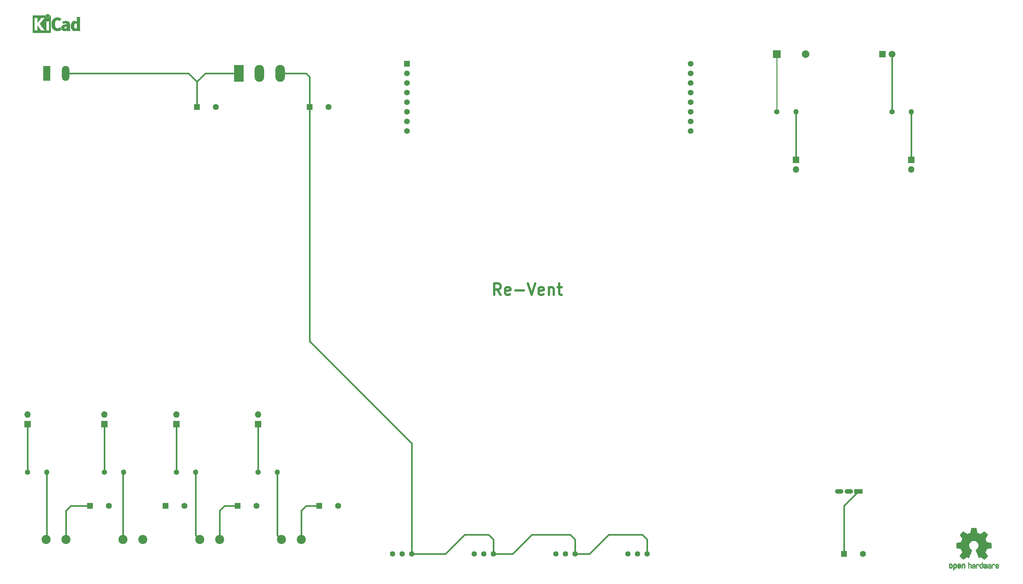
<source format=gbr>
%TF.GenerationSoftware,KiCad,Pcbnew,5.1.9+dfsg1-1*%
%TF.CreationDate,2021-04-21T10:51:01+05:30*%
%TF.ProjectId,PCB_Init,5043425f-496e-4697-942e-6b696361645f,rev?*%
%TF.SameCoordinates,Original*%
%TF.FileFunction,Copper,L1,Top*%
%TF.FilePolarity,Positive*%
%FSLAX46Y46*%
G04 Gerber Fmt 4.6, Leading zero omitted, Abs format (unit mm)*
G04 Created by KiCad (PCBNEW 5.1.9+dfsg1-1) date 2021-04-21 10:51:01*
%MOMM*%
%LPD*%
G01*
G04 APERTURE LIST*
%TA.AperFunction,NonConductor*%
%ADD10C,0.600000*%
%TD*%
%TA.AperFunction,EtchedComponent*%
%ADD11C,0.010000*%
%TD*%
%TA.AperFunction,ComponentPad*%
%ADD12C,2.400000*%
%TD*%
%TA.AperFunction,ComponentPad*%
%ADD13O,1.700000X1.700000*%
%TD*%
%TA.AperFunction,ComponentPad*%
%ADD14R,1.700000X1.700000*%
%TD*%
%TA.AperFunction,ComponentPad*%
%ADD15C,1.600000*%
%TD*%
%TA.AperFunction,ComponentPad*%
%ADD16R,1.600000X1.600000*%
%TD*%
%TA.AperFunction,ComponentPad*%
%ADD17O,2.250000X1.250000*%
%TD*%
%TA.AperFunction,ComponentPad*%
%ADD18R,2.250000X1.250000*%
%TD*%
%TA.AperFunction,ComponentPad*%
%ADD19C,1.500000*%
%TD*%
%TA.AperFunction,ComponentPad*%
%ADD20R,1.500000X1.500000*%
%TD*%
%TA.AperFunction,ComponentPad*%
%ADD21O,2.500000X4.500000*%
%TD*%
%TA.AperFunction,ComponentPad*%
%ADD22R,2.500000X4.500000*%
%TD*%
%TA.AperFunction,ComponentPad*%
%ADD23O,1.400000X1.400000*%
%TD*%
%TA.AperFunction,ComponentPad*%
%ADD24C,1.400000*%
%TD*%
%TA.AperFunction,ComponentPad*%
%ADD25C,1.440000*%
%TD*%
%TA.AperFunction,ComponentPad*%
%ADD26C,1.800000*%
%TD*%
%TA.AperFunction,ComponentPad*%
%ADD27R,1.800000X1.800000*%
%TD*%
%TA.AperFunction,ComponentPad*%
%ADD28O,1.980000X3.960000*%
%TD*%
%TA.AperFunction,ComponentPad*%
%ADD29R,1.980000X3.960000*%
%TD*%
%TA.AperFunction,ComponentPad*%
%ADD30C,2.000000*%
%TD*%
%TA.AperFunction,ComponentPad*%
%ADD31R,2.000000X2.000000*%
%TD*%
%TA.AperFunction,Conductor*%
%ADD32C,0.250000*%
%TD*%
%TA.AperFunction,Conductor*%
%ADD33C,0.400000*%
%TD*%
G04 APERTURE END LIST*
D10*
X141590000Y-88987142D02*
X140590000Y-87558571D01*
X139875714Y-88987142D02*
X139875714Y-85987142D01*
X141018571Y-85987142D01*
X141304285Y-86130000D01*
X141447142Y-86272857D01*
X141590000Y-86558571D01*
X141590000Y-86987142D01*
X141447142Y-87272857D01*
X141304285Y-87415714D01*
X141018571Y-87558571D01*
X139875714Y-87558571D01*
X144018571Y-88844285D02*
X143732857Y-88987142D01*
X143161428Y-88987142D01*
X142875714Y-88844285D01*
X142732857Y-88558571D01*
X142732857Y-87415714D01*
X142875714Y-87130000D01*
X143161428Y-86987142D01*
X143732857Y-86987142D01*
X144018571Y-87130000D01*
X144161428Y-87415714D01*
X144161428Y-87701428D01*
X142732857Y-87987142D01*
X145447142Y-87844285D02*
X147732857Y-87844285D01*
X148732857Y-85987142D02*
X149732857Y-88987142D01*
X150732857Y-85987142D01*
X152875714Y-88844285D02*
X152590000Y-88987142D01*
X152018571Y-88987142D01*
X151732857Y-88844285D01*
X151590000Y-88558571D01*
X151590000Y-87415714D01*
X151732857Y-87130000D01*
X152018571Y-86987142D01*
X152590000Y-86987142D01*
X152875714Y-87130000D01*
X153018571Y-87415714D01*
X153018571Y-87701428D01*
X151590000Y-87987142D01*
X154304285Y-86987142D02*
X154304285Y-88987142D01*
X154304285Y-87272857D02*
X154447142Y-87130000D01*
X154732857Y-86987142D01*
X155161428Y-86987142D01*
X155447142Y-87130000D01*
X155590000Y-87415714D01*
X155590000Y-88987142D01*
X156590000Y-86987142D02*
X157732857Y-86987142D01*
X157018571Y-85987142D02*
X157018571Y-88558571D01*
X157161428Y-88844285D01*
X157447142Y-88987142D01*
X157732857Y-88987142D01*
D11*
%TO.C,REF\u002A\u002A*%
G36*
X21183600Y-15269054D02*
G01*
X21194465Y-15382993D01*
X21226082Y-15490616D01*
X21276985Y-15589615D01*
X21345707Y-15677684D01*
X21430781Y-15752516D01*
X21527768Y-15810384D01*
X21634036Y-15850005D01*
X21741050Y-15868573D01*
X21846700Y-15867434D01*
X21948875Y-15847930D01*
X22045466Y-15811406D01*
X22134362Y-15759205D01*
X22213454Y-15692673D01*
X22280631Y-15613152D01*
X22333783Y-15521987D01*
X22370801Y-15420523D01*
X22389573Y-15310102D01*
X22391511Y-15260206D01*
X22391511Y-15172267D01*
X22443440Y-15172267D01*
X22479747Y-15175111D01*
X22506645Y-15186911D01*
X22533751Y-15210649D01*
X22572133Y-15249031D01*
X22572133Y-17440602D01*
X22572124Y-17702739D01*
X22572092Y-17943241D01*
X22572028Y-18163048D01*
X22571924Y-18363101D01*
X22571773Y-18544344D01*
X22571566Y-18707716D01*
X22571294Y-18854160D01*
X22570950Y-18984617D01*
X22570526Y-19100029D01*
X22570013Y-19201338D01*
X22569403Y-19289484D01*
X22568688Y-19365410D01*
X22567860Y-19430057D01*
X22566911Y-19484367D01*
X22565833Y-19529280D01*
X22564617Y-19565740D01*
X22563255Y-19594687D01*
X22561739Y-19617063D01*
X22560062Y-19633809D01*
X22558214Y-19645868D01*
X22556187Y-19654180D01*
X22553975Y-19659687D01*
X22552892Y-19661537D01*
X22548729Y-19668549D01*
X22545195Y-19674996D01*
X22541365Y-19680900D01*
X22536318Y-19686286D01*
X22529129Y-19691178D01*
X22518877Y-19695598D01*
X22504636Y-19699572D01*
X22485486Y-19703121D01*
X22460501Y-19706270D01*
X22428760Y-19709042D01*
X22389338Y-19711461D01*
X22341314Y-19713551D01*
X22283763Y-19715335D01*
X22215763Y-19716837D01*
X22136390Y-19718080D01*
X22044721Y-19719089D01*
X21939834Y-19719885D01*
X21820804Y-19720494D01*
X21686710Y-19720939D01*
X21536627Y-19721243D01*
X21369633Y-19721430D01*
X21184804Y-19721524D01*
X20981217Y-19721548D01*
X20757950Y-19721525D01*
X20514078Y-19721480D01*
X20248679Y-19721437D01*
X20210296Y-19721432D01*
X19943318Y-19721389D01*
X19697998Y-19721318D01*
X19473417Y-19721213D01*
X19268655Y-19721066D01*
X19082794Y-19720869D01*
X18914912Y-19720616D01*
X18764092Y-19720300D01*
X18629413Y-19719913D01*
X18509956Y-19719447D01*
X18404801Y-19718897D01*
X18313029Y-19718253D01*
X18233721Y-19717511D01*
X18165957Y-19716661D01*
X18108818Y-19715697D01*
X18061383Y-19714611D01*
X18022734Y-19713397D01*
X17991951Y-19712047D01*
X17968115Y-19710555D01*
X17950306Y-19708911D01*
X17937605Y-19707111D01*
X17929092Y-19705145D01*
X17924734Y-19703477D01*
X17916272Y-19699906D01*
X17908503Y-19697270D01*
X17901398Y-19694634D01*
X17894927Y-19691062D01*
X17889061Y-19685621D01*
X17883771Y-19677375D01*
X17879026Y-19665390D01*
X17874798Y-19648731D01*
X17871057Y-19626463D01*
X17867773Y-19597652D01*
X17864917Y-19561363D01*
X17862460Y-19516661D01*
X17860371Y-19462611D01*
X17858622Y-19398279D01*
X17857183Y-19322730D01*
X17856024Y-19235030D01*
X17855117Y-19134243D01*
X17854431Y-19019434D01*
X17853937Y-18889670D01*
X17853605Y-18744015D01*
X17853407Y-18581535D01*
X17853313Y-18401295D01*
X17853292Y-18202360D01*
X17853315Y-17983796D01*
X17853354Y-17744668D01*
X17853378Y-17484040D01*
X17853378Y-17441889D01*
X17853364Y-17178992D01*
X17853339Y-16937732D01*
X17853329Y-16717165D01*
X17853358Y-16516352D01*
X17853452Y-16334349D01*
X17853638Y-16170216D01*
X17853941Y-16023011D01*
X17854386Y-15891792D01*
X17854966Y-15781867D01*
X18157803Y-15781867D01*
X18197593Y-15839711D01*
X18208764Y-15855479D01*
X18218834Y-15869441D01*
X18227862Y-15882784D01*
X18235903Y-15896693D01*
X18243014Y-15912356D01*
X18249253Y-15930958D01*
X18254675Y-15953686D01*
X18259338Y-15981727D01*
X18263299Y-16016267D01*
X18266615Y-16058492D01*
X18269341Y-16109589D01*
X18271536Y-16170744D01*
X18273255Y-16243144D01*
X18274556Y-16327975D01*
X18275495Y-16426422D01*
X18276130Y-16539674D01*
X18276516Y-16668916D01*
X18276712Y-16815334D01*
X18276773Y-16980116D01*
X18276757Y-17164447D01*
X18276720Y-17369513D01*
X18276711Y-17492133D01*
X18276735Y-17709082D01*
X18276769Y-17904642D01*
X18276757Y-18079999D01*
X18276642Y-18236341D01*
X18276370Y-18374857D01*
X18275882Y-18496734D01*
X18275124Y-18603160D01*
X18274038Y-18695322D01*
X18272569Y-18774409D01*
X18270660Y-18841608D01*
X18268256Y-18898107D01*
X18265299Y-18945093D01*
X18261734Y-18983755D01*
X18257505Y-19015280D01*
X18252554Y-19040855D01*
X18246827Y-19061670D01*
X18240267Y-19078911D01*
X18232817Y-19093765D01*
X18224421Y-19107422D01*
X18215024Y-19121069D01*
X18204568Y-19135893D01*
X18198477Y-19144783D01*
X18159704Y-19202400D01*
X18691268Y-19202400D01*
X18814517Y-19202365D01*
X18917013Y-19202215D01*
X19000580Y-19201878D01*
X19067044Y-19201286D01*
X19118229Y-19200367D01*
X19155959Y-19199051D01*
X19182060Y-19197269D01*
X19198356Y-19194951D01*
X19206672Y-19192026D01*
X19208832Y-19188424D01*
X19206661Y-19184075D01*
X19205465Y-19182645D01*
X19180315Y-19145573D01*
X19154417Y-19092772D01*
X19130808Y-19030770D01*
X19122539Y-19004357D01*
X19117922Y-18986416D01*
X19114021Y-18965355D01*
X19110752Y-18939089D01*
X19108034Y-18905532D01*
X19105785Y-18862599D01*
X19103923Y-18808204D01*
X19102364Y-18740262D01*
X19101028Y-18656688D01*
X19099831Y-18555395D01*
X19098692Y-18434300D01*
X19098315Y-18389600D01*
X19097298Y-18264449D01*
X19096540Y-18160082D01*
X19096097Y-18074707D01*
X19096030Y-18006533D01*
X19096395Y-17953765D01*
X19097252Y-17914614D01*
X19098659Y-17887285D01*
X19100675Y-17869986D01*
X19103357Y-17860926D01*
X19106764Y-17858312D01*
X19110956Y-17860351D01*
X19115429Y-17864667D01*
X19125784Y-17877602D01*
X19147842Y-17906676D01*
X19180043Y-17949759D01*
X19220826Y-18004718D01*
X19268630Y-18069423D01*
X19321895Y-18141742D01*
X19379060Y-18219544D01*
X19438563Y-18300698D01*
X19498845Y-18383072D01*
X19558345Y-18464536D01*
X19615502Y-18542957D01*
X19668755Y-18616204D01*
X19716543Y-18682147D01*
X19757307Y-18738654D01*
X19789484Y-18783593D01*
X19811515Y-18814834D01*
X19816083Y-18821466D01*
X19839004Y-18858369D01*
X19865812Y-18906359D01*
X19891211Y-18955897D01*
X19894432Y-18962577D01*
X19916110Y-19010772D01*
X19928696Y-19048334D01*
X19934426Y-19084160D01*
X19935544Y-19126200D01*
X19934910Y-19202400D01*
X21089349Y-19202400D01*
X20998185Y-19108669D01*
X20951388Y-19058775D01*
X20901101Y-19002295D01*
X20855056Y-18948026D01*
X20834631Y-18922673D01*
X20804193Y-18883128D01*
X20764138Y-18829916D01*
X20715639Y-18764667D01*
X20659865Y-18689011D01*
X20597989Y-18604577D01*
X20531181Y-18512994D01*
X20460613Y-18415892D01*
X20387455Y-18314901D01*
X20312879Y-18211650D01*
X20238056Y-18107768D01*
X20164157Y-18004885D01*
X20092354Y-17904631D01*
X20023816Y-17808636D01*
X19959716Y-17718527D01*
X19901225Y-17635936D01*
X19849514Y-17562492D01*
X19805753Y-17499824D01*
X19771115Y-17449561D01*
X19746770Y-17413334D01*
X19733889Y-17392771D01*
X19732131Y-17388668D01*
X19740090Y-17377342D01*
X19760885Y-17350162D01*
X19793153Y-17308829D01*
X19835530Y-17255044D01*
X19886653Y-17190506D01*
X19945159Y-17116918D01*
X20009686Y-17035978D01*
X20078869Y-16949388D01*
X20151347Y-16858848D01*
X20225754Y-16766060D01*
X20285483Y-16691702D01*
X21296489Y-16691702D01*
X21302398Y-16704659D01*
X21316728Y-16726908D01*
X21317775Y-16728391D01*
X21336562Y-16758544D01*
X21356209Y-16795375D01*
X21360108Y-16803511D01*
X21363644Y-16811940D01*
X21366770Y-16822059D01*
X21369514Y-16835260D01*
X21371908Y-16852938D01*
X21373981Y-16876484D01*
X21375765Y-16907293D01*
X21377288Y-16946757D01*
X21378581Y-16996269D01*
X21379674Y-17057223D01*
X21380597Y-17131011D01*
X21381381Y-17219028D01*
X21382055Y-17322665D01*
X21382650Y-17443316D01*
X21383195Y-17582374D01*
X21383721Y-17741232D01*
X21384255Y-17920089D01*
X21384794Y-18105207D01*
X21385228Y-18269145D01*
X21385491Y-18413303D01*
X21385516Y-18539079D01*
X21385235Y-18647871D01*
X21384581Y-18741077D01*
X21383486Y-18820097D01*
X21381882Y-18886328D01*
X21379703Y-18941170D01*
X21376881Y-18986021D01*
X21373349Y-19022278D01*
X21369039Y-19051341D01*
X21363883Y-19074609D01*
X21357815Y-19093479D01*
X21350767Y-19109351D01*
X21342671Y-19123622D01*
X21333460Y-19137691D01*
X21324960Y-19150158D01*
X21307824Y-19176452D01*
X21297678Y-19194037D01*
X21296489Y-19197257D01*
X21307396Y-19198334D01*
X21338589Y-19199335D01*
X21387777Y-19200235D01*
X21452667Y-19201010D01*
X21530970Y-19201637D01*
X21620393Y-19202091D01*
X21718644Y-19202349D01*
X21787555Y-19202400D01*
X21892548Y-19202180D01*
X21989390Y-19201548D01*
X22075893Y-19200549D01*
X22149868Y-19199227D01*
X22209126Y-19197626D01*
X22251480Y-19195791D01*
X22274740Y-19193765D01*
X22278622Y-19192493D01*
X22270924Y-19177591D01*
X22262926Y-19169560D01*
X22249754Y-19152434D01*
X22232515Y-19122183D01*
X22220593Y-19097622D01*
X22193955Y-19038711D01*
X22190880Y-17861845D01*
X22187805Y-16684978D01*
X21742147Y-16684978D01*
X21644330Y-16685142D01*
X21553936Y-16685611D01*
X21473370Y-16686347D01*
X21405038Y-16687316D01*
X21351344Y-16688480D01*
X21314695Y-16689803D01*
X21297496Y-16691249D01*
X21296489Y-16691702D01*
X20285483Y-16691702D01*
X20300730Y-16672722D01*
X20374910Y-16580537D01*
X20446931Y-16491204D01*
X20515431Y-16406424D01*
X20579045Y-16327898D01*
X20636412Y-16257326D01*
X20686167Y-16196409D01*
X20726948Y-16146847D01*
X20744112Y-16126178D01*
X20830404Y-16025516D01*
X20907003Y-15942259D01*
X20975817Y-15874438D01*
X21038752Y-15820089D01*
X21048133Y-15812722D01*
X21087644Y-15782117D01*
X19955884Y-15781867D01*
X19961173Y-15829844D01*
X19957870Y-15887188D01*
X19936339Y-15955463D01*
X19896365Y-16035212D01*
X19851057Y-16107495D01*
X19834839Y-16130140D01*
X19806786Y-16167696D01*
X19768570Y-16218021D01*
X19721863Y-16278973D01*
X19668339Y-16348411D01*
X19609669Y-16424194D01*
X19547525Y-16504180D01*
X19483579Y-16586228D01*
X19419505Y-16668196D01*
X19356973Y-16747943D01*
X19297657Y-16823327D01*
X19243229Y-16892207D01*
X19195361Y-16952442D01*
X19155725Y-17001889D01*
X19125994Y-17038408D01*
X19107839Y-17059858D01*
X19104780Y-17063156D01*
X19101921Y-17055149D01*
X19099707Y-17024855D01*
X19098143Y-16972556D01*
X19097233Y-16898531D01*
X19096980Y-16803063D01*
X19097387Y-16686434D01*
X19098296Y-16566445D01*
X19099618Y-16434333D01*
X19101143Y-16322594D01*
X19103119Y-16229025D01*
X19105794Y-16151419D01*
X19109418Y-16087574D01*
X19114239Y-16035283D01*
X19120506Y-15992344D01*
X19128468Y-15956551D01*
X19138373Y-15925700D01*
X19150469Y-15897586D01*
X19165007Y-15870005D01*
X19179689Y-15844966D01*
X19217686Y-15781867D01*
X18157803Y-15781867D01*
X17854966Y-15781867D01*
X17854999Y-15775617D01*
X17855805Y-15673544D01*
X17856830Y-15584633D01*
X17858100Y-15507941D01*
X17859640Y-15442527D01*
X17861476Y-15387449D01*
X17863633Y-15341765D01*
X17866137Y-15304534D01*
X17869013Y-15274813D01*
X17872287Y-15251662D01*
X17875985Y-15234139D01*
X17880131Y-15221301D01*
X17884753Y-15212208D01*
X17889874Y-15205918D01*
X17895522Y-15201488D01*
X17901721Y-15197978D01*
X17908496Y-15194445D01*
X17914492Y-15190876D01*
X17919725Y-15188300D01*
X17927901Y-15185972D01*
X17940114Y-15183878D01*
X17957459Y-15182007D01*
X17981031Y-15180347D01*
X18011923Y-15178884D01*
X18051232Y-15177608D01*
X18100050Y-15176504D01*
X18159473Y-15175561D01*
X18230596Y-15174767D01*
X18314512Y-15174109D01*
X18412317Y-15173575D01*
X18525106Y-15173153D01*
X18653971Y-15172829D01*
X18800009Y-15172592D01*
X18964314Y-15172430D01*
X19147980Y-15172330D01*
X19352103Y-15172280D01*
X19563247Y-15172267D01*
X21183600Y-15172267D01*
X21183600Y-15269054D01*
G37*
X21183600Y-15269054D02*
X21194465Y-15382993D01*
X21226082Y-15490616D01*
X21276985Y-15589615D01*
X21345707Y-15677684D01*
X21430781Y-15752516D01*
X21527768Y-15810384D01*
X21634036Y-15850005D01*
X21741050Y-15868573D01*
X21846700Y-15867434D01*
X21948875Y-15847930D01*
X22045466Y-15811406D01*
X22134362Y-15759205D01*
X22213454Y-15692673D01*
X22280631Y-15613152D01*
X22333783Y-15521987D01*
X22370801Y-15420523D01*
X22389573Y-15310102D01*
X22391511Y-15260206D01*
X22391511Y-15172267D01*
X22443440Y-15172267D01*
X22479747Y-15175111D01*
X22506645Y-15186911D01*
X22533751Y-15210649D01*
X22572133Y-15249031D01*
X22572133Y-17440602D01*
X22572124Y-17702739D01*
X22572092Y-17943241D01*
X22572028Y-18163048D01*
X22571924Y-18363101D01*
X22571773Y-18544344D01*
X22571566Y-18707716D01*
X22571294Y-18854160D01*
X22570950Y-18984617D01*
X22570526Y-19100029D01*
X22570013Y-19201338D01*
X22569403Y-19289484D01*
X22568688Y-19365410D01*
X22567860Y-19430057D01*
X22566911Y-19484367D01*
X22565833Y-19529280D01*
X22564617Y-19565740D01*
X22563255Y-19594687D01*
X22561739Y-19617063D01*
X22560062Y-19633809D01*
X22558214Y-19645868D01*
X22556187Y-19654180D01*
X22553975Y-19659687D01*
X22552892Y-19661537D01*
X22548729Y-19668549D01*
X22545195Y-19674996D01*
X22541365Y-19680900D01*
X22536318Y-19686286D01*
X22529129Y-19691178D01*
X22518877Y-19695598D01*
X22504636Y-19699572D01*
X22485486Y-19703121D01*
X22460501Y-19706270D01*
X22428760Y-19709042D01*
X22389338Y-19711461D01*
X22341314Y-19713551D01*
X22283763Y-19715335D01*
X22215763Y-19716837D01*
X22136390Y-19718080D01*
X22044721Y-19719089D01*
X21939834Y-19719885D01*
X21820804Y-19720494D01*
X21686710Y-19720939D01*
X21536627Y-19721243D01*
X21369633Y-19721430D01*
X21184804Y-19721524D01*
X20981217Y-19721548D01*
X20757950Y-19721525D01*
X20514078Y-19721480D01*
X20248679Y-19721437D01*
X20210296Y-19721432D01*
X19943318Y-19721389D01*
X19697998Y-19721318D01*
X19473417Y-19721213D01*
X19268655Y-19721066D01*
X19082794Y-19720869D01*
X18914912Y-19720616D01*
X18764092Y-19720300D01*
X18629413Y-19719913D01*
X18509956Y-19719447D01*
X18404801Y-19718897D01*
X18313029Y-19718253D01*
X18233721Y-19717511D01*
X18165957Y-19716661D01*
X18108818Y-19715697D01*
X18061383Y-19714611D01*
X18022734Y-19713397D01*
X17991951Y-19712047D01*
X17968115Y-19710555D01*
X17950306Y-19708911D01*
X17937605Y-19707111D01*
X17929092Y-19705145D01*
X17924734Y-19703477D01*
X17916272Y-19699906D01*
X17908503Y-19697270D01*
X17901398Y-19694634D01*
X17894927Y-19691062D01*
X17889061Y-19685621D01*
X17883771Y-19677375D01*
X17879026Y-19665390D01*
X17874798Y-19648731D01*
X17871057Y-19626463D01*
X17867773Y-19597652D01*
X17864917Y-19561363D01*
X17862460Y-19516661D01*
X17860371Y-19462611D01*
X17858622Y-19398279D01*
X17857183Y-19322730D01*
X17856024Y-19235030D01*
X17855117Y-19134243D01*
X17854431Y-19019434D01*
X17853937Y-18889670D01*
X17853605Y-18744015D01*
X17853407Y-18581535D01*
X17853313Y-18401295D01*
X17853292Y-18202360D01*
X17853315Y-17983796D01*
X17853354Y-17744668D01*
X17853378Y-17484040D01*
X17853378Y-17441889D01*
X17853364Y-17178992D01*
X17853339Y-16937732D01*
X17853329Y-16717165D01*
X17853358Y-16516352D01*
X17853452Y-16334349D01*
X17853638Y-16170216D01*
X17853941Y-16023011D01*
X17854386Y-15891792D01*
X17854966Y-15781867D01*
X18157803Y-15781867D01*
X18197593Y-15839711D01*
X18208764Y-15855479D01*
X18218834Y-15869441D01*
X18227862Y-15882784D01*
X18235903Y-15896693D01*
X18243014Y-15912356D01*
X18249253Y-15930958D01*
X18254675Y-15953686D01*
X18259338Y-15981727D01*
X18263299Y-16016267D01*
X18266615Y-16058492D01*
X18269341Y-16109589D01*
X18271536Y-16170744D01*
X18273255Y-16243144D01*
X18274556Y-16327975D01*
X18275495Y-16426422D01*
X18276130Y-16539674D01*
X18276516Y-16668916D01*
X18276712Y-16815334D01*
X18276773Y-16980116D01*
X18276757Y-17164447D01*
X18276720Y-17369513D01*
X18276711Y-17492133D01*
X18276735Y-17709082D01*
X18276769Y-17904642D01*
X18276757Y-18079999D01*
X18276642Y-18236341D01*
X18276370Y-18374857D01*
X18275882Y-18496734D01*
X18275124Y-18603160D01*
X18274038Y-18695322D01*
X18272569Y-18774409D01*
X18270660Y-18841608D01*
X18268256Y-18898107D01*
X18265299Y-18945093D01*
X18261734Y-18983755D01*
X18257505Y-19015280D01*
X18252554Y-19040855D01*
X18246827Y-19061670D01*
X18240267Y-19078911D01*
X18232817Y-19093765D01*
X18224421Y-19107422D01*
X18215024Y-19121069D01*
X18204568Y-19135893D01*
X18198477Y-19144783D01*
X18159704Y-19202400D01*
X18691268Y-19202400D01*
X18814517Y-19202365D01*
X18917013Y-19202215D01*
X19000580Y-19201878D01*
X19067044Y-19201286D01*
X19118229Y-19200367D01*
X19155959Y-19199051D01*
X19182060Y-19197269D01*
X19198356Y-19194951D01*
X19206672Y-19192026D01*
X19208832Y-19188424D01*
X19206661Y-19184075D01*
X19205465Y-19182645D01*
X19180315Y-19145573D01*
X19154417Y-19092772D01*
X19130808Y-19030770D01*
X19122539Y-19004357D01*
X19117922Y-18986416D01*
X19114021Y-18965355D01*
X19110752Y-18939089D01*
X19108034Y-18905532D01*
X19105785Y-18862599D01*
X19103923Y-18808204D01*
X19102364Y-18740262D01*
X19101028Y-18656688D01*
X19099831Y-18555395D01*
X19098692Y-18434300D01*
X19098315Y-18389600D01*
X19097298Y-18264449D01*
X19096540Y-18160082D01*
X19096097Y-18074707D01*
X19096030Y-18006533D01*
X19096395Y-17953765D01*
X19097252Y-17914614D01*
X19098659Y-17887285D01*
X19100675Y-17869986D01*
X19103357Y-17860926D01*
X19106764Y-17858312D01*
X19110956Y-17860351D01*
X19115429Y-17864667D01*
X19125784Y-17877602D01*
X19147842Y-17906676D01*
X19180043Y-17949759D01*
X19220826Y-18004718D01*
X19268630Y-18069423D01*
X19321895Y-18141742D01*
X19379060Y-18219544D01*
X19438563Y-18300698D01*
X19498845Y-18383072D01*
X19558345Y-18464536D01*
X19615502Y-18542957D01*
X19668755Y-18616204D01*
X19716543Y-18682147D01*
X19757307Y-18738654D01*
X19789484Y-18783593D01*
X19811515Y-18814834D01*
X19816083Y-18821466D01*
X19839004Y-18858369D01*
X19865812Y-18906359D01*
X19891211Y-18955897D01*
X19894432Y-18962577D01*
X19916110Y-19010772D01*
X19928696Y-19048334D01*
X19934426Y-19084160D01*
X19935544Y-19126200D01*
X19934910Y-19202400D01*
X21089349Y-19202400D01*
X20998185Y-19108669D01*
X20951388Y-19058775D01*
X20901101Y-19002295D01*
X20855056Y-18948026D01*
X20834631Y-18922673D01*
X20804193Y-18883128D01*
X20764138Y-18829916D01*
X20715639Y-18764667D01*
X20659865Y-18689011D01*
X20597989Y-18604577D01*
X20531181Y-18512994D01*
X20460613Y-18415892D01*
X20387455Y-18314901D01*
X20312879Y-18211650D01*
X20238056Y-18107768D01*
X20164157Y-18004885D01*
X20092354Y-17904631D01*
X20023816Y-17808636D01*
X19959716Y-17718527D01*
X19901225Y-17635936D01*
X19849514Y-17562492D01*
X19805753Y-17499824D01*
X19771115Y-17449561D01*
X19746770Y-17413334D01*
X19733889Y-17392771D01*
X19732131Y-17388668D01*
X19740090Y-17377342D01*
X19760885Y-17350162D01*
X19793153Y-17308829D01*
X19835530Y-17255044D01*
X19886653Y-17190506D01*
X19945159Y-17116918D01*
X20009686Y-17035978D01*
X20078869Y-16949388D01*
X20151347Y-16858848D01*
X20225754Y-16766060D01*
X20285483Y-16691702D01*
X21296489Y-16691702D01*
X21302398Y-16704659D01*
X21316728Y-16726908D01*
X21317775Y-16728391D01*
X21336562Y-16758544D01*
X21356209Y-16795375D01*
X21360108Y-16803511D01*
X21363644Y-16811940D01*
X21366770Y-16822059D01*
X21369514Y-16835260D01*
X21371908Y-16852938D01*
X21373981Y-16876484D01*
X21375765Y-16907293D01*
X21377288Y-16946757D01*
X21378581Y-16996269D01*
X21379674Y-17057223D01*
X21380597Y-17131011D01*
X21381381Y-17219028D01*
X21382055Y-17322665D01*
X21382650Y-17443316D01*
X21383195Y-17582374D01*
X21383721Y-17741232D01*
X21384255Y-17920089D01*
X21384794Y-18105207D01*
X21385228Y-18269145D01*
X21385491Y-18413303D01*
X21385516Y-18539079D01*
X21385235Y-18647871D01*
X21384581Y-18741077D01*
X21383486Y-18820097D01*
X21381882Y-18886328D01*
X21379703Y-18941170D01*
X21376881Y-18986021D01*
X21373349Y-19022278D01*
X21369039Y-19051341D01*
X21363883Y-19074609D01*
X21357815Y-19093479D01*
X21350767Y-19109351D01*
X21342671Y-19123622D01*
X21333460Y-19137691D01*
X21324960Y-19150158D01*
X21307824Y-19176452D01*
X21297678Y-19194037D01*
X21296489Y-19197257D01*
X21307396Y-19198334D01*
X21338589Y-19199335D01*
X21387777Y-19200235D01*
X21452667Y-19201010D01*
X21530970Y-19201637D01*
X21620393Y-19202091D01*
X21718644Y-19202349D01*
X21787555Y-19202400D01*
X21892548Y-19202180D01*
X21989390Y-19201548D01*
X22075893Y-19200549D01*
X22149868Y-19199227D01*
X22209126Y-19197626D01*
X22251480Y-19195791D01*
X22274740Y-19193765D01*
X22278622Y-19192493D01*
X22270924Y-19177591D01*
X22262926Y-19169560D01*
X22249754Y-19152434D01*
X22232515Y-19122183D01*
X22220593Y-19097622D01*
X22193955Y-19038711D01*
X22190880Y-17861845D01*
X22187805Y-16684978D01*
X21742147Y-16684978D01*
X21644330Y-16685142D01*
X21553936Y-16685611D01*
X21473370Y-16686347D01*
X21405038Y-16687316D01*
X21351344Y-16688480D01*
X21314695Y-16689803D01*
X21297496Y-16691249D01*
X21296489Y-16691702D01*
X20285483Y-16691702D01*
X20300730Y-16672722D01*
X20374910Y-16580537D01*
X20446931Y-16491204D01*
X20515431Y-16406424D01*
X20579045Y-16327898D01*
X20636412Y-16257326D01*
X20686167Y-16196409D01*
X20726948Y-16146847D01*
X20744112Y-16126178D01*
X20830404Y-16025516D01*
X20907003Y-15942259D01*
X20975817Y-15874438D01*
X21038752Y-15820089D01*
X21048133Y-15812722D01*
X21087644Y-15782117D01*
X19955884Y-15781867D01*
X19961173Y-15829844D01*
X19957870Y-15887188D01*
X19936339Y-15955463D01*
X19896365Y-16035212D01*
X19851057Y-16107495D01*
X19834839Y-16130140D01*
X19806786Y-16167696D01*
X19768570Y-16218021D01*
X19721863Y-16278973D01*
X19668339Y-16348411D01*
X19609669Y-16424194D01*
X19547525Y-16504180D01*
X19483579Y-16586228D01*
X19419505Y-16668196D01*
X19356973Y-16747943D01*
X19297657Y-16823327D01*
X19243229Y-16892207D01*
X19195361Y-16952442D01*
X19155725Y-17001889D01*
X19125994Y-17038408D01*
X19107839Y-17059858D01*
X19104780Y-17063156D01*
X19101921Y-17055149D01*
X19099707Y-17024855D01*
X19098143Y-16972556D01*
X19097233Y-16898531D01*
X19096980Y-16803063D01*
X19097387Y-16686434D01*
X19098296Y-16566445D01*
X19099618Y-16434333D01*
X19101143Y-16322594D01*
X19103119Y-16229025D01*
X19105794Y-16151419D01*
X19109418Y-16087574D01*
X19114239Y-16035283D01*
X19120506Y-15992344D01*
X19128468Y-15956551D01*
X19138373Y-15925700D01*
X19150469Y-15897586D01*
X19165007Y-15870005D01*
X19179689Y-15844966D01*
X19217686Y-15781867D01*
X18157803Y-15781867D01*
X17854966Y-15781867D01*
X17854999Y-15775617D01*
X17855805Y-15673544D01*
X17856830Y-15584633D01*
X17858100Y-15507941D01*
X17859640Y-15442527D01*
X17861476Y-15387449D01*
X17863633Y-15341765D01*
X17866137Y-15304534D01*
X17869013Y-15274813D01*
X17872287Y-15251662D01*
X17875985Y-15234139D01*
X17880131Y-15221301D01*
X17884753Y-15212208D01*
X17889874Y-15205918D01*
X17895522Y-15201488D01*
X17901721Y-15197978D01*
X17908496Y-15194445D01*
X17914492Y-15190876D01*
X17919725Y-15188300D01*
X17927901Y-15185972D01*
X17940114Y-15183878D01*
X17957459Y-15182007D01*
X17981031Y-15180347D01*
X18011923Y-15178884D01*
X18051232Y-15177608D01*
X18100050Y-15176504D01*
X18159473Y-15175561D01*
X18230596Y-15174767D01*
X18314512Y-15174109D01*
X18412317Y-15173575D01*
X18525106Y-15173153D01*
X18653971Y-15172829D01*
X18800009Y-15172592D01*
X18964314Y-15172430D01*
X19147980Y-15172330D01*
X19352103Y-15172280D01*
X19563247Y-15172267D01*
X21183600Y-15172267D01*
X21183600Y-15269054D01*
G36*
X24458429Y-15729071D02*
G01*
X24618570Y-15750245D01*
X24782510Y-15790385D01*
X24952313Y-15849889D01*
X25130043Y-15929154D01*
X25141310Y-15934699D01*
X25199005Y-15962725D01*
X25250552Y-15986802D01*
X25292191Y-16005249D01*
X25320162Y-16016386D01*
X25329733Y-16018933D01*
X25348950Y-16023941D01*
X25353561Y-16028147D01*
X25348458Y-16038580D01*
X25332418Y-16064868D01*
X25307288Y-16104257D01*
X25274914Y-16153991D01*
X25237143Y-16211315D01*
X25195822Y-16273476D01*
X25152798Y-16337718D01*
X25109917Y-16401285D01*
X25069026Y-16461425D01*
X25031971Y-16515380D01*
X25000600Y-16560397D01*
X24976759Y-16593721D01*
X24962294Y-16612597D01*
X24960309Y-16614787D01*
X24950191Y-16610138D01*
X24927850Y-16592962D01*
X24897280Y-16566440D01*
X24881536Y-16551964D01*
X24785047Y-16476682D01*
X24678336Y-16421241D01*
X24562832Y-16386141D01*
X24439962Y-16371880D01*
X24370561Y-16373051D01*
X24249423Y-16390212D01*
X24140205Y-16426094D01*
X24042582Y-16480959D01*
X23956228Y-16555070D01*
X23880815Y-16648688D01*
X23816018Y-16762076D01*
X23778601Y-16848667D01*
X23734748Y-16984366D01*
X23702428Y-17131850D01*
X23681557Y-17287314D01*
X23672051Y-17446956D01*
X23673827Y-17606973D01*
X23686803Y-17763561D01*
X23710894Y-17912918D01*
X23746018Y-18051240D01*
X23792092Y-18174724D01*
X23808373Y-18208978D01*
X23876620Y-18323064D01*
X23957079Y-18419557D01*
X24048570Y-18497670D01*
X24149911Y-18556617D01*
X24259920Y-18595612D01*
X24377415Y-18613868D01*
X24418883Y-18615211D01*
X24540441Y-18604290D01*
X24660878Y-18571474D01*
X24778666Y-18517439D01*
X24892277Y-18442865D01*
X24983685Y-18364539D01*
X25030215Y-18320008D01*
X25211483Y-18617271D01*
X25256580Y-18691433D01*
X25297819Y-18759646D01*
X25333735Y-18819459D01*
X25362866Y-18868420D01*
X25383750Y-18904079D01*
X25394924Y-18923984D01*
X25396375Y-18927079D01*
X25388146Y-18936718D01*
X25362567Y-18953999D01*
X25322873Y-18977283D01*
X25272297Y-19004934D01*
X25214074Y-19035315D01*
X25151437Y-19066790D01*
X25087621Y-19097722D01*
X25025860Y-19126473D01*
X24969388Y-19151408D01*
X24921438Y-19170889D01*
X24897986Y-19179318D01*
X24764221Y-19217133D01*
X24626327Y-19242136D01*
X24478622Y-19255140D01*
X24351833Y-19257468D01*
X24283878Y-19256373D01*
X24218277Y-19254275D01*
X24160847Y-19251434D01*
X24117403Y-19248106D01*
X24103298Y-19246422D01*
X23964284Y-19217587D01*
X23822757Y-19172468D01*
X23685275Y-19113750D01*
X23558394Y-19044120D01*
X23480889Y-18991441D01*
X23353481Y-18883239D01*
X23235178Y-18756671D01*
X23128172Y-18614866D01*
X23034652Y-18460951D01*
X22956810Y-18298053D01*
X22912956Y-18180756D01*
X22862708Y-17997128D01*
X22829209Y-17802581D01*
X22812449Y-17601325D01*
X22812416Y-17397568D01*
X22829101Y-17195521D01*
X22862493Y-16999392D01*
X22912580Y-16813391D01*
X22916397Y-16801803D01*
X22979281Y-16639750D01*
X23056028Y-16491832D01*
X23149242Y-16353865D01*
X23261527Y-16221661D01*
X23305392Y-16176399D01*
X23441534Y-16052457D01*
X23581491Y-15949915D01*
X23727411Y-15867656D01*
X23881442Y-15804564D01*
X24045732Y-15759523D01*
X24141289Y-15742033D01*
X24300023Y-15726466D01*
X24458429Y-15729071D01*
G37*
X24458429Y-15729071D02*
X24618570Y-15750245D01*
X24782510Y-15790385D01*
X24952313Y-15849889D01*
X25130043Y-15929154D01*
X25141310Y-15934699D01*
X25199005Y-15962725D01*
X25250552Y-15986802D01*
X25292191Y-16005249D01*
X25320162Y-16016386D01*
X25329733Y-16018933D01*
X25348950Y-16023941D01*
X25353561Y-16028147D01*
X25348458Y-16038580D01*
X25332418Y-16064868D01*
X25307288Y-16104257D01*
X25274914Y-16153991D01*
X25237143Y-16211315D01*
X25195822Y-16273476D01*
X25152798Y-16337718D01*
X25109917Y-16401285D01*
X25069026Y-16461425D01*
X25031971Y-16515380D01*
X25000600Y-16560397D01*
X24976759Y-16593721D01*
X24962294Y-16612597D01*
X24960309Y-16614787D01*
X24950191Y-16610138D01*
X24927850Y-16592962D01*
X24897280Y-16566440D01*
X24881536Y-16551964D01*
X24785047Y-16476682D01*
X24678336Y-16421241D01*
X24562832Y-16386141D01*
X24439962Y-16371880D01*
X24370561Y-16373051D01*
X24249423Y-16390212D01*
X24140205Y-16426094D01*
X24042582Y-16480959D01*
X23956228Y-16555070D01*
X23880815Y-16648688D01*
X23816018Y-16762076D01*
X23778601Y-16848667D01*
X23734748Y-16984366D01*
X23702428Y-17131850D01*
X23681557Y-17287314D01*
X23672051Y-17446956D01*
X23673827Y-17606973D01*
X23686803Y-17763561D01*
X23710894Y-17912918D01*
X23746018Y-18051240D01*
X23792092Y-18174724D01*
X23808373Y-18208978D01*
X23876620Y-18323064D01*
X23957079Y-18419557D01*
X24048570Y-18497670D01*
X24149911Y-18556617D01*
X24259920Y-18595612D01*
X24377415Y-18613868D01*
X24418883Y-18615211D01*
X24540441Y-18604290D01*
X24660878Y-18571474D01*
X24778666Y-18517439D01*
X24892277Y-18442865D01*
X24983685Y-18364539D01*
X25030215Y-18320008D01*
X25211483Y-18617271D01*
X25256580Y-18691433D01*
X25297819Y-18759646D01*
X25333735Y-18819459D01*
X25362866Y-18868420D01*
X25383750Y-18904079D01*
X25394924Y-18923984D01*
X25396375Y-18927079D01*
X25388146Y-18936718D01*
X25362567Y-18953999D01*
X25322873Y-18977283D01*
X25272297Y-19004934D01*
X25214074Y-19035315D01*
X25151437Y-19066790D01*
X25087621Y-19097722D01*
X25025860Y-19126473D01*
X24969388Y-19151408D01*
X24921438Y-19170889D01*
X24897986Y-19179318D01*
X24764221Y-19217133D01*
X24626327Y-19242136D01*
X24478622Y-19255140D01*
X24351833Y-19257468D01*
X24283878Y-19256373D01*
X24218277Y-19254275D01*
X24160847Y-19251434D01*
X24117403Y-19248106D01*
X24103298Y-19246422D01*
X23964284Y-19217587D01*
X23822757Y-19172468D01*
X23685275Y-19113750D01*
X23558394Y-19044120D01*
X23480889Y-18991441D01*
X23353481Y-18883239D01*
X23235178Y-18756671D01*
X23128172Y-18614866D01*
X23034652Y-18460951D01*
X22956810Y-18298053D01*
X22912956Y-18180756D01*
X22862708Y-17997128D01*
X22829209Y-17802581D01*
X22812449Y-17601325D01*
X22812416Y-17397568D01*
X22829101Y-17195521D01*
X22862493Y-16999392D01*
X22912580Y-16813391D01*
X22916397Y-16801803D01*
X22979281Y-16639750D01*
X23056028Y-16491832D01*
X23149242Y-16353865D01*
X23261527Y-16221661D01*
X23305392Y-16176399D01*
X23441534Y-16052457D01*
X23581491Y-15949915D01*
X23727411Y-15867656D01*
X23881442Y-15804564D01*
X24045732Y-15759523D01*
X24141289Y-15742033D01*
X24300023Y-15726466D01*
X24458429Y-15729071D01*
G36*
X26803574Y-16646552D02*
G01*
X26955492Y-16666567D01*
X27090756Y-16700202D01*
X27210239Y-16747725D01*
X27314815Y-16809405D01*
X27392424Y-16872965D01*
X27461265Y-16947099D01*
X27515006Y-17026871D01*
X27557910Y-17119091D01*
X27573384Y-17162161D01*
X27586244Y-17201142D01*
X27597446Y-17237289D01*
X27607120Y-17272434D01*
X27615396Y-17308410D01*
X27622403Y-17347050D01*
X27628272Y-17390185D01*
X27633131Y-17439649D01*
X27637110Y-17497273D01*
X27640340Y-17564891D01*
X27642949Y-17644334D01*
X27645067Y-17737436D01*
X27646824Y-17846027D01*
X27648349Y-17971942D01*
X27649772Y-18117012D01*
X27651025Y-18259778D01*
X27652351Y-18415968D01*
X27653556Y-18551239D01*
X27654766Y-18667246D01*
X27656106Y-18765645D01*
X27657700Y-18848093D01*
X27659675Y-18916246D01*
X27662156Y-18971760D01*
X27665269Y-19016292D01*
X27669138Y-19051498D01*
X27673889Y-19079034D01*
X27679648Y-19100556D01*
X27686539Y-19117722D01*
X27694689Y-19132186D01*
X27704223Y-19145606D01*
X27715266Y-19159638D01*
X27719566Y-19165071D01*
X27735386Y-19187910D01*
X27742422Y-19203463D01*
X27742444Y-19203922D01*
X27731567Y-19206121D01*
X27700582Y-19208147D01*
X27651957Y-19209942D01*
X27588163Y-19211451D01*
X27511669Y-19212616D01*
X27424944Y-19213380D01*
X27330457Y-19213686D01*
X27319550Y-19213689D01*
X26896657Y-19213689D01*
X26893395Y-19117622D01*
X26890133Y-19021556D01*
X26828044Y-19072543D01*
X26730714Y-19140057D01*
X26620813Y-19194749D01*
X26534349Y-19224978D01*
X26465278Y-19239666D01*
X26381925Y-19249659D01*
X26292159Y-19254646D01*
X26203845Y-19254313D01*
X26124851Y-19248351D01*
X26088622Y-19242638D01*
X25948603Y-19204776D01*
X25822178Y-19149932D01*
X25710260Y-19078924D01*
X25613762Y-18992568D01*
X25533600Y-18891679D01*
X25470687Y-18777076D01*
X25426312Y-18650984D01*
X25413978Y-18594401D01*
X25406368Y-18532202D01*
X25402739Y-18457363D01*
X25402245Y-18423467D01*
X25402310Y-18420282D01*
X26162248Y-18420282D01*
X26171541Y-18495333D01*
X26199728Y-18559160D01*
X26248197Y-18614798D01*
X26253254Y-18619211D01*
X26301548Y-18654037D01*
X26353257Y-18676620D01*
X26413989Y-18688540D01*
X26489352Y-18691383D01*
X26507459Y-18690978D01*
X26561278Y-18688325D01*
X26601308Y-18682909D01*
X26636324Y-18672745D01*
X26675103Y-18655850D01*
X26685745Y-18650672D01*
X26746396Y-18614844D01*
X26793215Y-18572212D01*
X26805952Y-18556973D01*
X26850622Y-18500462D01*
X26850622Y-18304586D01*
X26850086Y-18225939D01*
X26848396Y-18167988D01*
X26845428Y-18128875D01*
X26841057Y-18106741D01*
X26836972Y-18100274D01*
X26821047Y-18097111D01*
X26787264Y-18094488D01*
X26740340Y-18092655D01*
X26684993Y-18091857D01*
X26676106Y-18091842D01*
X26555330Y-18097096D01*
X26452660Y-18113263D01*
X26366106Y-18140961D01*
X26293681Y-18180808D01*
X26238751Y-18227758D01*
X26194204Y-18285645D01*
X26169480Y-18348693D01*
X26162248Y-18420282D01*
X25402310Y-18420282D01*
X25404178Y-18329712D01*
X25412522Y-18250812D01*
X25428768Y-18179590D01*
X25454405Y-18108864D01*
X25478401Y-18056493D01*
X25537020Y-17961196D01*
X25615117Y-17873170D01*
X25710315Y-17794017D01*
X25820238Y-17725340D01*
X25942510Y-17668741D01*
X26074755Y-17625821D01*
X26139422Y-17610882D01*
X26275604Y-17588777D01*
X26424049Y-17574194D01*
X26575505Y-17567813D01*
X26702064Y-17569445D01*
X26863950Y-17576224D01*
X26856530Y-17517245D01*
X26837238Y-17418092D01*
X26806104Y-17337372D01*
X26762269Y-17274466D01*
X26704871Y-17228756D01*
X26633048Y-17199622D01*
X26545941Y-17186447D01*
X26442686Y-17188611D01*
X26404711Y-17192612D01*
X26263520Y-17217780D01*
X26126707Y-17258814D01*
X26032178Y-17296815D01*
X25987018Y-17316190D01*
X25948585Y-17331760D01*
X25922234Y-17341405D01*
X25914546Y-17343452D01*
X25904802Y-17334374D01*
X25888083Y-17305405D01*
X25864232Y-17256217D01*
X25833093Y-17186484D01*
X25794507Y-17095879D01*
X25787910Y-17080089D01*
X25757853Y-17007772D01*
X25730874Y-16942425D01*
X25708136Y-16886906D01*
X25690806Y-16844072D01*
X25680048Y-16816781D01*
X25676941Y-16807942D01*
X25686940Y-16803187D01*
X25713217Y-16797910D01*
X25741489Y-16794231D01*
X25771646Y-16789474D01*
X25819433Y-16780028D01*
X25880612Y-16766820D01*
X25950946Y-16750776D01*
X26026194Y-16732820D01*
X26054755Y-16725797D01*
X26159816Y-16700209D01*
X26247480Y-16680147D01*
X26322068Y-16664969D01*
X26387903Y-16654035D01*
X26449307Y-16646704D01*
X26510602Y-16642335D01*
X26576110Y-16640287D01*
X26634128Y-16639889D01*
X26803574Y-16646552D01*
G37*
X26803574Y-16646552D02*
X26955492Y-16666567D01*
X27090756Y-16700202D01*
X27210239Y-16747725D01*
X27314815Y-16809405D01*
X27392424Y-16872965D01*
X27461265Y-16947099D01*
X27515006Y-17026871D01*
X27557910Y-17119091D01*
X27573384Y-17162161D01*
X27586244Y-17201142D01*
X27597446Y-17237289D01*
X27607120Y-17272434D01*
X27615396Y-17308410D01*
X27622403Y-17347050D01*
X27628272Y-17390185D01*
X27633131Y-17439649D01*
X27637110Y-17497273D01*
X27640340Y-17564891D01*
X27642949Y-17644334D01*
X27645067Y-17737436D01*
X27646824Y-17846027D01*
X27648349Y-17971942D01*
X27649772Y-18117012D01*
X27651025Y-18259778D01*
X27652351Y-18415968D01*
X27653556Y-18551239D01*
X27654766Y-18667246D01*
X27656106Y-18765645D01*
X27657700Y-18848093D01*
X27659675Y-18916246D01*
X27662156Y-18971760D01*
X27665269Y-19016292D01*
X27669138Y-19051498D01*
X27673889Y-19079034D01*
X27679648Y-19100556D01*
X27686539Y-19117722D01*
X27694689Y-19132186D01*
X27704223Y-19145606D01*
X27715266Y-19159638D01*
X27719566Y-19165071D01*
X27735386Y-19187910D01*
X27742422Y-19203463D01*
X27742444Y-19203922D01*
X27731567Y-19206121D01*
X27700582Y-19208147D01*
X27651957Y-19209942D01*
X27588163Y-19211451D01*
X27511669Y-19212616D01*
X27424944Y-19213380D01*
X27330457Y-19213686D01*
X27319550Y-19213689D01*
X26896657Y-19213689D01*
X26893395Y-19117622D01*
X26890133Y-19021556D01*
X26828044Y-19072543D01*
X26730714Y-19140057D01*
X26620813Y-19194749D01*
X26534349Y-19224978D01*
X26465278Y-19239666D01*
X26381925Y-19249659D01*
X26292159Y-19254646D01*
X26203845Y-19254313D01*
X26124851Y-19248351D01*
X26088622Y-19242638D01*
X25948603Y-19204776D01*
X25822178Y-19149932D01*
X25710260Y-19078924D01*
X25613762Y-18992568D01*
X25533600Y-18891679D01*
X25470687Y-18777076D01*
X25426312Y-18650984D01*
X25413978Y-18594401D01*
X25406368Y-18532202D01*
X25402739Y-18457363D01*
X25402245Y-18423467D01*
X25402310Y-18420282D01*
X26162248Y-18420282D01*
X26171541Y-18495333D01*
X26199728Y-18559160D01*
X26248197Y-18614798D01*
X26253254Y-18619211D01*
X26301548Y-18654037D01*
X26353257Y-18676620D01*
X26413989Y-18688540D01*
X26489352Y-18691383D01*
X26507459Y-18690978D01*
X26561278Y-18688325D01*
X26601308Y-18682909D01*
X26636324Y-18672745D01*
X26675103Y-18655850D01*
X26685745Y-18650672D01*
X26746396Y-18614844D01*
X26793215Y-18572212D01*
X26805952Y-18556973D01*
X26850622Y-18500462D01*
X26850622Y-18304586D01*
X26850086Y-18225939D01*
X26848396Y-18167988D01*
X26845428Y-18128875D01*
X26841057Y-18106741D01*
X26836972Y-18100274D01*
X26821047Y-18097111D01*
X26787264Y-18094488D01*
X26740340Y-18092655D01*
X26684993Y-18091857D01*
X26676106Y-18091842D01*
X26555330Y-18097096D01*
X26452660Y-18113263D01*
X26366106Y-18140961D01*
X26293681Y-18180808D01*
X26238751Y-18227758D01*
X26194204Y-18285645D01*
X26169480Y-18348693D01*
X26162248Y-18420282D01*
X25402310Y-18420282D01*
X25404178Y-18329712D01*
X25412522Y-18250812D01*
X25428768Y-18179590D01*
X25454405Y-18108864D01*
X25478401Y-18056493D01*
X25537020Y-17961196D01*
X25615117Y-17873170D01*
X25710315Y-17794017D01*
X25820238Y-17725340D01*
X25942510Y-17668741D01*
X26074755Y-17625821D01*
X26139422Y-17610882D01*
X26275604Y-17588777D01*
X26424049Y-17574194D01*
X26575505Y-17567813D01*
X26702064Y-17569445D01*
X26863950Y-17576224D01*
X26856530Y-17517245D01*
X26837238Y-17418092D01*
X26806104Y-17337372D01*
X26762269Y-17274466D01*
X26704871Y-17228756D01*
X26633048Y-17199622D01*
X26545941Y-17186447D01*
X26442686Y-17188611D01*
X26404711Y-17192612D01*
X26263520Y-17217780D01*
X26126707Y-17258814D01*
X26032178Y-17296815D01*
X25987018Y-17316190D01*
X25948585Y-17331760D01*
X25922234Y-17341405D01*
X25914546Y-17343452D01*
X25904802Y-17334374D01*
X25888083Y-17305405D01*
X25864232Y-17256217D01*
X25833093Y-17186484D01*
X25794507Y-17095879D01*
X25787910Y-17080089D01*
X25757853Y-17007772D01*
X25730874Y-16942425D01*
X25708136Y-16886906D01*
X25690806Y-16844072D01*
X25680048Y-16816781D01*
X25676941Y-16807942D01*
X25686940Y-16803187D01*
X25713217Y-16797910D01*
X25741489Y-16794231D01*
X25771646Y-16789474D01*
X25819433Y-16780028D01*
X25880612Y-16766820D01*
X25950946Y-16750776D01*
X26026194Y-16732820D01*
X26054755Y-16725797D01*
X26159816Y-16700209D01*
X26247480Y-16680147D01*
X26322068Y-16664969D01*
X26387903Y-16654035D01*
X26449307Y-16646704D01*
X26510602Y-16642335D01*
X26576110Y-16640287D01*
X26634128Y-16639889D01*
X26803574Y-16646552D01*
G36*
X30316507Y-17252245D02*
G01*
X30316526Y-17486662D01*
X30316552Y-17699603D01*
X30316625Y-17892168D01*
X30316782Y-18065459D01*
X30317064Y-18220576D01*
X30317509Y-18358620D01*
X30318156Y-18480692D01*
X30319045Y-18587894D01*
X30320213Y-18681326D01*
X30321701Y-18762090D01*
X30323546Y-18831286D01*
X30325789Y-18890015D01*
X30328469Y-18939379D01*
X30331623Y-18980478D01*
X30335292Y-19014413D01*
X30339513Y-19042286D01*
X30344327Y-19065198D01*
X30349773Y-19084249D01*
X30355888Y-19100540D01*
X30362712Y-19115173D01*
X30370285Y-19129249D01*
X30378645Y-19143868D01*
X30383839Y-19152974D01*
X30418104Y-19213689D01*
X29559955Y-19213689D01*
X29559955Y-19117733D01*
X29559224Y-19074370D01*
X29557272Y-19041205D01*
X29554463Y-19023424D01*
X29553221Y-19021778D01*
X29541799Y-19028662D01*
X29519084Y-19046505D01*
X29496385Y-19065879D01*
X29441800Y-19106614D01*
X29372321Y-19147617D01*
X29295270Y-19185123D01*
X29217965Y-19215364D01*
X29187113Y-19225012D01*
X29118616Y-19239578D01*
X29035764Y-19249539D01*
X28946371Y-19254583D01*
X28858248Y-19254396D01*
X28779207Y-19248666D01*
X28741511Y-19242858D01*
X28603414Y-19204797D01*
X28476113Y-19147073D01*
X28360292Y-19070211D01*
X28256637Y-18974739D01*
X28165833Y-18861179D01*
X28099031Y-18750381D01*
X28044164Y-18633625D01*
X28002163Y-18514276D01*
X27972167Y-18388283D01*
X27953311Y-18251594D01*
X27944732Y-18100158D01*
X27944006Y-18022711D01*
X27946100Y-17965934D01*
X28775217Y-17965934D01*
X28775424Y-18059002D01*
X28778337Y-18146692D01*
X28784000Y-18223772D01*
X28792455Y-18285009D01*
X28795038Y-18297350D01*
X28826840Y-18404633D01*
X28868498Y-18491658D01*
X28920363Y-18558642D01*
X28982781Y-18605805D01*
X29056100Y-18633365D01*
X29140669Y-18641541D01*
X29236835Y-18630551D01*
X29300311Y-18614829D01*
X29349454Y-18596639D01*
X29403583Y-18570791D01*
X29444244Y-18547089D01*
X29514800Y-18500721D01*
X29514800Y-17350530D01*
X29447392Y-17306962D01*
X29368867Y-17266040D01*
X29284681Y-17239389D01*
X29199557Y-17227465D01*
X29118216Y-17230722D01*
X29045380Y-17249615D01*
X29013426Y-17265184D01*
X28955501Y-17308181D01*
X28906544Y-17364953D01*
X28865390Y-17437575D01*
X28830874Y-17528121D01*
X28801833Y-17638666D01*
X28800552Y-17644533D01*
X28790381Y-17706788D01*
X28782739Y-17784594D01*
X28777670Y-17872720D01*
X28775217Y-17965934D01*
X27946100Y-17965934D01*
X27951857Y-17809895D01*
X27973802Y-17614059D01*
X28009786Y-17435332D01*
X28059759Y-17273845D01*
X28123668Y-17129726D01*
X28201462Y-17003106D01*
X28293089Y-16894115D01*
X28398497Y-16802883D01*
X28443662Y-16771932D01*
X28544611Y-16715785D01*
X28647901Y-16676174D01*
X28757989Y-16652014D01*
X28879330Y-16642219D01*
X28971836Y-16643265D01*
X29101490Y-16654231D01*
X29214084Y-16676046D01*
X29312875Y-16709714D01*
X29401121Y-16756236D01*
X29449986Y-16790448D01*
X29479353Y-16812362D01*
X29501043Y-16827333D01*
X29509253Y-16831733D01*
X29510868Y-16820904D01*
X29512159Y-16790251D01*
X29513138Y-16742526D01*
X29513817Y-16680479D01*
X29514210Y-16606862D01*
X29514330Y-16524427D01*
X29514188Y-16435925D01*
X29513797Y-16344107D01*
X29513171Y-16251724D01*
X29512320Y-16161528D01*
X29511260Y-16076271D01*
X29510001Y-15998703D01*
X29508556Y-15931576D01*
X29506938Y-15877641D01*
X29505161Y-15839650D01*
X29504669Y-15832667D01*
X29497092Y-15762251D01*
X29485531Y-15707102D01*
X29467792Y-15659981D01*
X29441682Y-15613647D01*
X29435415Y-15604067D01*
X29410983Y-15567378D01*
X30316311Y-15567378D01*
X30316507Y-17252245D01*
G37*
X30316507Y-17252245D02*
X30316526Y-17486662D01*
X30316552Y-17699603D01*
X30316625Y-17892168D01*
X30316782Y-18065459D01*
X30317064Y-18220576D01*
X30317509Y-18358620D01*
X30318156Y-18480692D01*
X30319045Y-18587894D01*
X30320213Y-18681326D01*
X30321701Y-18762090D01*
X30323546Y-18831286D01*
X30325789Y-18890015D01*
X30328469Y-18939379D01*
X30331623Y-18980478D01*
X30335292Y-19014413D01*
X30339513Y-19042286D01*
X30344327Y-19065198D01*
X30349773Y-19084249D01*
X30355888Y-19100540D01*
X30362712Y-19115173D01*
X30370285Y-19129249D01*
X30378645Y-19143868D01*
X30383839Y-19152974D01*
X30418104Y-19213689D01*
X29559955Y-19213689D01*
X29559955Y-19117733D01*
X29559224Y-19074370D01*
X29557272Y-19041205D01*
X29554463Y-19023424D01*
X29553221Y-19021778D01*
X29541799Y-19028662D01*
X29519084Y-19046505D01*
X29496385Y-19065879D01*
X29441800Y-19106614D01*
X29372321Y-19147617D01*
X29295270Y-19185123D01*
X29217965Y-19215364D01*
X29187113Y-19225012D01*
X29118616Y-19239578D01*
X29035764Y-19249539D01*
X28946371Y-19254583D01*
X28858248Y-19254396D01*
X28779207Y-19248666D01*
X28741511Y-19242858D01*
X28603414Y-19204797D01*
X28476113Y-19147073D01*
X28360292Y-19070211D01*
X28256637Y-18974739D01*
X28165833Y-18861179D01*
X28099031Y-18750381D01*
X28044164Y-18633625D01*
X28002163Y-18514276D01*
X27972167Y-18388283D01*
X27953311Y-18251594D01*
X27944732Y-18100158D01*
X27944006Y-18022711D01*
X27946100Y-17965934D01*
X28775217Y-17965934D01*
X28775424Y-18059002D01*
X28778337Y-18146692D01*
X28784000Y-18223772D01*
X28792455Y-18285009D01*
X28795038Y-18297350D01*
X28826840Y-18404633D01*
X28868498Y-18491658D01*
X28920363Y-18558642D01*
X28982781Y-18605805D01*
X29056100Y-18633365D01*
X29140669Y-18641541D01*
X29236835Y-18630551D01*
X29300311Y-18614829D01*
X29349454Y-18596639D01*
X29403583Y-18570791D01*
X29444244Y-18547089D01*
X29514800Y-18500721D01*
X29514800Y-17350530D01*
X29447392Y-17306962D01*
X29368867Y-17266040D01*
X29284681Y-17239389D01*
X29199557Y-17227465D01*
X29118216Y-17230722D01*
X29045380Y-17249615D01*
X29013426Y-17265184D01*
X28955501Y-17308181D01*
X28906544Y-17364953D01*
X28865390Y-17437575D01*
X28830874Y-17528121D01*
X28801833Y-17638666D01*
X28800552Y-17644533D01*
X28790381Y-17706788D01*
X28782739Y-17784594D01*
X28777670Y-17872720D01*
X28775217Y-17965934D01*
X27946100Y-17965934D01*
X27951857Y-17809895D01*
X27973802Y-17614059D01*
X28009786Y-17435332D01*
X28059759Y-17273845D01*
X28123668Y-17129726D01*
X28201462Y-17003106D01*
X28293089Y-16894115D01*
X28398497Y-16802883D01*
X28443662Y-16771932D01*
X28544611Y-16715785D01*
X28647901Y-16676174D01*
X28757989Y-16652014D01*
X28879330Y-16642219D01*
X28971836Y-16643265D01*
X29101490Y-16654231D01*
X29214084Y-16676046D01*
X29312875Y-16709714D01*
X29401121Y-16756236D01*
X29449986Y-16790448D01*
X29479353Y-16812362D01*
X29501043Y-16827333D01*
X29509253Y-16831733D01*
X29510868Y-16820904D01*
X29512159Y-16790251D01*
X29513138Y-16742526D01*
X29513817Y-16680479D01*
X29514210Y-16606862D01*
X29514330Y-16524427D01*
X29514188Y-16435925D01*
X29513797Y-16344107D01*
X29513171Y-16251724D01*
X29512320Y-16161528D01*
X29511260Y-16076271D01*
X29510001Y-15998703D01*
X29508556Y-15931576D01*
X29506938Y-15877641D01*
X29505161Y-15839650D01*
X29504669Y-15832667D01*
X29497092Y-15762251D01*
X29485531Y-15707102D01*
X29467792Y-15659981D01*
X29441682Y-15613647D01*
X29435415Y-15604067D01*
X29410983Y-15567378D01*
X30316311Y-15567378D01*
X30316507Y-17252245D01*
G36*
X21856957Y-14806571D02*
G01*
X21953232Y-14830809D01*
X22039816Y-14873641D01*
X22114627Y-14933419D01*
X22175582Y-15008494D01*
X22220601Y-15097220D01*
X22246864Y-15193530D01*
X22252714Y-15290795D01*
X22237860Y-15384654D01*
X22204160Y-15472511D01*
X22153472Y-15551770D01*
X22087655Y-15619836D01*
X22008566Y-15674112D01*
X21918066Y-15712002D01*
X21866800Y-15724426D01*
X21822302Y-15731947D01*
X21788001Y-15734919D01*
X21755040Y-15733094D01*
X21714566Y-15726225D01*
X21681469Y-15719250D01*
X21588053Y-15687741D01*
X21504381Y-15636617D01*
X21432335Y-15567429D01*
X21373800Y-15481728D01*
X21359852Y-15454489D01*
X21343414Y-15418122D01*
X21333106Y-15387582D01*
X21327540Y-15355450D01*
X21325331Y-15314307D01*
X21325052Y-15268222D01*
X21329139Y-15183865D01*
X21342554Y-15114586D01*
X21367744Y-15053961D01*
X21407154Y-14995567D01*
X21445702Y-14951302D01*
X21517594Y-14885484D01*
X21592687Y-14840053D01*
X21675438Y-14812850D01*
X21753072Y-14802576D01*
X21856957Y-14806571D01*
G37*
X21856957Y-14806571D02*
X21953232Y-14830809D01*
X22039816Y-14873641D01*
X22114627Y-14933419D01*
X22175582Y-15008494D01*
X22220601Y-15097220D01*
X22246864Y-15193530D01*
X22252714Y-15290795D01*
X22237860Y-15384654D01*
X22204160Y-15472511D01*
X22153472Y-15551770D01*
X22087655Y-15619836D01*
X22008566Y-15674112D01*
X21918066Y-15712002D01*
X21866800Y-15724426D01*
X21822302Y-15731947D01*
X21788001Y-15734919D01*
X21755040Y-15733094D01*
X21714566Y-15726225D01*
X21681469Y-15719250D01*
X21588053Y-15687741D01*
X21504381Y-15636617D01*
X21432335Y-15567429D01*
X21373800Y-15481728D01*
X21359852Y-15454489D01*
X21343414Y-15418122D01*
X21333106Y-15387582D01*
X21327540Y-15355450D01*
X21325331Y-15314307D01*
X21325052Y-15268222D01*
X21329139Y-15183865D01*
X21342554Y-15114586D01*
X21367744Y-15053961D01*
X21407154Y-14995567D01*
X21445702Y-14951302D01*
X21517594Y-14885484D01*
X21592687Y-14840053D01*
X21675438Y-14812850D01*
X21753072Y-14802576D01*
X21856957Y-14806571D01*
G36*
X261871900Y-160071903D02*
G01*
X261983450Y-160127522D01*
X262081908Y-160229931D01*
X262109023Y-160267864D01*
X262138562Y-160317500D01*
X262157728Y-160371412D01*
X262168693Y-160443364D01*
X262173629Y-160547122D01*
X262174713Y-160684101D01*
X262169818Y-160871815D01*
X262152804Y-161012758D01*
X262120177Y-161117908D01*
X262068442Y-161198243D01*
X261994104Y-161264741D01*
X261988642Y-161268678D01*
X261915380Y-161308953D01*
X261827160Y-161328880D01*
X261714962Y-161333793D01*
X261532567Y-161333793D01*
X261532491Y-161510857D01*
X261530793Y-161609470D01*
X261520450Y-161667314D01*
X261493422Y-161702006D01*
X261441668Y-161731164D01*
X261429239Y-161737121D01*
X261371077Y-161765039D01*
X261326044Y-161782672D01*
X261292559Y-161784194D01*
X261269038Y-161763781D01*
X261253900Y-161715607D01*
X261245563Y-161633846D01*
X261242444Y-161512672D01*
X261242960Y-161346260D01*
X261245529Y-161128785D01*
X261246332Y-161063736D01*
X261249222Y-160839502D01*
X261251812Y-160692821D01*
X261532414Y-160692821D01*
X261533991Y-160817326D01*
X261541000Y-160898787D01*
X261556858Y-160952515D01*
X261584981Y-160993823D01*
X261604075Y-161013971D01*
X261682135Y-161072921D01*
X261751247Y-161077720D01*
X261822560Y-161029038D01*
X261824368Y-161027241D01*
X261853383Y-160989618D01*
X261871033Y-160938484D01*
X261879936Y-160859738D01*
X261882709Y-160739276D01*
X261882759Y-160712588D01*
X261876058Y-160546583D01*
X261854248Y-160431505D01*
X261814765Y-160361254D01*
X261755044Y-160329729D01*
X261720528Y-160326552D01*
X261638611Y-160341460D01*
X261582421Y-160390548D01*
X261548598Y-160480362D01*
X261533780Y-160617445D01*
X261532414Y-160692821D01*
X261251812Y-160692821D01*
X261252287Y-160665952D01*
X261256247Y-160535382D01*
X261261826Y-160440087D01*
X261269746Y-160372364D01*
X261280731Y-160324507D01*
X261295501Y-160288813D01*
X261314782Y-160257578D01*
X261323049Y-160245824D01*
X261432712Y-160134797D01*
X261571365Y-160071847D01*
X261731754Y-160054297D01*
X261871900Y-160071903D01*
G37*
X261871900Y-160071903D02*
X261983450Y-160127522D01*
X262081908Y-160229931D01*
X262109023Y-160267864D01*
X262138562Y-160317500D01*
X262157728Y-160371412D01*
X262168693Y-160443364D01*
X262173629Y-160547122D01*
X262174713Y-160684101D01*
X262169818Y-160871815D01*
X262152804Y-161012758D01*
X262120177Y-161117908D01*
X262068442Y-161198243D01*
X261994104Y-161264741D01*
X261988642Y-161268678D01*
X261915380Y-161308953D01*
X261827160Y-161328880D01*
X261714962Y-161333793D01*
X261532567Y-161333793D01*
X261532491Y-161510857D01*
X261530793Y-161609470D01*
X261520450Y-161667314D01*
X261493422Y-161702006D01*
X261441668Y-161731164D01*
X261429239Y-161737121D01*
X261371077Y-161765039D01*
X261326044Y-161782672D01*
X261292559Y-161784194D01*
X261269038Y-161763781D01*
X261253900Y-161715607D01*
X261245563Y-161633846D01*
X261242444Y-161512672D01*
X261242960Y-161346260D01*
X261245529Y-161128785D01*
X261246332Y-161063736D01*
X261249222Y-160839502D01*
X261251812Y-160692821D01*
X261532414Y-160692821D01*
X261533991Y-160817326D01*
X261541000Y-160898787D01*
X261556858Y-160952515D01*
X261584981Y-160993823D01*
X261604075Y-161013971D01*
X261682135Y-161072921D01*
X261751247Y-161077720D01*
X261822560Y-161029038D01*
X261824368Y-161027241D01*
X261853383Y-160989618D01*
X261871033Y-160938484D01*
X261879936Y-160859738D01*
X261882709Y-160739276D01*
X261882759Y-160712588D01*
X261876058Y-160546583D01*
X261854248Y-160431505D01*
X261814765Y-160361254D01*
X261755044Y-160329729D01*
X261720528Y-160326552D01*
X261638611Y-160341460D01*
X261582421Y-160390548D01*
X261548598Y-160480362D01*
X261533780Y-160617445D01*
X261532414Y-160692821D01*
X261251812Y-160692821D01*
X261252287Y-160665952D01*
X261256247Y-160535382D01*
X261261826Y-160440087D01*
X261269746Y-160372364D01*
X261280731Y-160324507D01*
X261295501Y-160288813D01*
X261314782Y-160257578D01*
X261323049Y-160245824D01*
X261432712Y-160134797D01*
X261571365Y-160071847D01*
X261731754Y-160054297D01*
X261871900Y-160071903D01*
G36*
X264117429Y-160087719D02*
G01*
X264211123Y-160141914D01*
X264276264Y-160195707D01*
X264323907Y-160252066D01*
X264356728Y-160320987D01*
X264377406Y-160412468D01*
X264388620Y-160536506D01*
X264393049Y-160703098D01*
X264393563Y-160822851D01*
X264393563Y-161263659D01*
X264269483Y-161319283D01*
X264145402Y-161374907D01*
X264130805Y-160892095D01*
X264124773Y-160711779D01*
X264118445Y-160580901D01*
X264110606Y-160490511D01*
X264100037Y-160431664D01*
X264085523Y-160395413D01*
X264065848Y-160372810D01*
X264059535Y-160367917D01*
X263963888Y-160329706D01*
X263867207Y-160344827D01*
X263809655Y-160384943D01*
X263786245Y-160413370D01*
X263770039Y-160450672D01*
X263759741Y-160507223D01*
X263754049Y-160593394D01*
X263751664Y-160719558D01*
X263751264Y-160851042D01*
X263751186Y-161015999D01*
X263748361Y-161132761D01*
X263738907Y-161211510D01*
X263718940Y-161262431D01*
X263684576Y-161295706D01*
X263631932Y-161321520D01*
X263561617Y-161348344D01*
X263484820Y-161377542D01*
X263493962Y-160859346D01*
X263497643Y-160672539D01*
X263501950Y-160534490D01*
X263508123Y-160435568D01*
X263517402Y-160366145D01*
X263531027Y-160316590D01*
X263550239Y-160277273D01*
X263573402Y-160242584D01*
X263685152Y-160131770D01*
X263821513Y-160067689D01*
X263969825Y-160052339D01*
X264117429Y-160087719D01*
G37*
X264117429Y-160087719D02*
X264211123Y-160141914D01*
X264276264Y-160195707D01*
X264323907Y-160252066D01*
X264356728Y-160320987D01*
X264377406Y-160412468D01*
X264388620Y-160536506D01*
X264393049Y-160703098D01*
X264393563Y-160822851D01*
X264393563Y-161263659D01*
X264269483Y-161319283D01*
X264145402Y-161374907D01*
X264130805Y-160892095D01*
X264124773Y-160711779D01*
X264118445Y-160580901D01*
X264110606Y-160490511D01*
X264100037Y-160431664D01*
X264085523Y-160395413D01*
X264065848Y-160372810D01*
X264059535Y-160367917D01*
X263963888Y-160329706D01*
X263867207Y-160344827D01*
X263809655Y-160384943D01*
X263786245Y-160413370D01*
X263770039Y-160450672D01*
X263759741Y-160507223D01*
X263754049Y-160593394D01*
X263751664Y-160719558D01*
X263751264Y-160851042D01*
X263751186Y-161015999D01*
X263748361Y-161132761D01*
X263738907Y-161211510D01*
X263718940Y-161262431D01*
X263684576Y-161295706D01*
X263631932Y-161321520D01*
X263561617Y-161348344D01*
X263484820Y-161377542D01*
X263493962Y-160859346D01*
X263497643Y-160672539D01*
X263501950Y-160534490D01*
X263508123Y-160435568D01*
X263517402Y-160366145D01*
X263531027Y-160316590D01*
X263550239Y-160277273D01*
X263573402Y-160242584D01*
X263685152Y-160131770D01*
X263821513Y-160067689D01*
X263969825Y-160052339D01*
X264117429Y-160087719D01*
G36*
X260748221Y-160076015D02*
G01*
X260885061Y-160147968D01*
X260986051Y-160263766D01*
X261021925Y-160338213D01*
X261049839Y-160449992D01*
X261064129Y-160591227D01*
X261065484Y-160745371D01*
X261054595Y-160895879D01*
X261032153Y-161026205D01*
X260998850Y-161119803D01*
X260988615Y-161135922D01*
X260867382Y-161256249D01*
X260723387Y-161328317D01*
X260567139Y-161349408D01*
X260409148Y-161316802D01*
X260365180Y-161297253D01*
X260279556Y-161237012D01*
X260204408Y-161157135D01*
X260197306Y-161147004D01*
X260168439Y-161098181D01*
X260149357Y-161045990D01*
X260138084Y-160977285D01*
X260132645Y-160878918D01*
X260131062Y-160737744D01*
X260131035Y-160706092D01*
X260131107Y-160696019D01*
X260422989Y-160696019D01*
X260424687Y-160829256D01*
X260431372Y-160917674D01*
X260445425Y-160974785D01*
X260469229Y-161014102D01*
X260481379Y-161027241D01*
X260551236Y-161077172D01*
X260619059Y-161074895D01*
X260687635Y-161031584D01*
X260728535Y-160985346D01*
X260752758Y-160917857D01*
X260766361Y-160811433D01*
X260767294Y-160799020D01*
X260769616Y-160606147D01*
X260745350Y-160462900D01*
X260694824Y-160370160D01*
X260618368Y-160328807D01*
X260591076Y-160326552D01*
X260519411Y-160337893D01*
X260470390Y-160377184D01*
X260440418Y-160452326D01*
X260425899Y-160571222D01*
X260422989Y-160696019D01*
X260131107Y-160696019D01*
X260132122Y-160555659D01*
X260136688Y-160450549D01*
X260146688Y-160377714D01*
X260164079Y-160324108D01*
X260190816Y-160276681D01*
X260196724Y-160267864D01*
X260296032Y-160149007D01*
X260404242Y-160080008D01*
X260535981Y-160052619D01*
X260580717Y-160051281D01*
X260748221Y-160076015D01*
G37*
X260748221Y-160076015D02*
X260885061Y-160147968D01*
X260986051Y-160263766D01*
X261021925Y-160338213D01*
X261049839Y-160449992D01*
X261064129Y-160591227D01*
X261065484Y-160745371D01*
X261054595Y-160895879D01*
X261032153Y-161026205D01*
X260998850Y-161119803D01*
X260988615Y-161135922D01*
X260867382Y-161256249D01*
X260723387Y-161328317D01*
X260567139Y-161349408D01*
X260409148Y-161316802D01*
X260365180Y-161297253D01*
X260279556Y-161237012D01*
X260204408Y-161157135D01*
X260197306Y-161147004D01*
X260168439Y-161098181D01*
X260149357Y-161045990D01*
X260138084Y-160977285D01*
X260132645Y-160878918D01*
X260131062Y-160737744D01*
X260131035Y-160706092D01*
X260131107Y-160696019D01*
X260422989Y-160696019D01*
X260424687Y-160829256D01*
X260431372Y-160917674D01*
X260445425Y-160974785D01*
X260469229Y-161014102D01*
X260481379Y-161027241D01*
X260551236Y-161077172D01*
X260619059Y-161074895D01*
X260687635Y-161031584D01*
X260728535Y-160985346D01*
X260752758Y-160917857D01*
X260766361Y-160811433D01*
X260767294Y-160799020D01*
X260769616Y-160606147D01*
X260745350Y-160462900D01*
X260694824Y-160370160D01*
X260618368Y-160328807D01*
X260591076Y-160326552D01*
X260519411Y-160337893D01*
X260470390Y-160377184D01*
X260440418Y-160452326D01*
X260425899Y-160571222D01*
X260422989Y-160696019D01*
X260131107Y-160696019D01*
X260132122Y-160555659D01*
X260136688Y-160450549D01*
X260146688Y-160377714D01*
X260164079Y-160324108D01*
X260190816Y-160276681D01*
X260196724Y-160267864D01*
X260296032Y-160149007D01*
X260404242Y-160080008D01*
X260535981Y-160052619D01*
X260580717Y-160051281D01*
X260748221Y-160076015D01*
G36*
X263015552Y-160094676D02*
G01*
X263130658Y-160172111D01*
X263219611Y-160283949D01*
X263272749Y-160426265D01*
X263283497Y-160531015D01*
X263282276Y-160574726D01*
X263272056Y-160608194D01*
X263243961Y-160638179D01*
X263189116Y-160671440D01*
X263098645Y-160714738D01*
X262963672Y-160774833D01*
X262962989Y-160775134D01*
X262838751Y-160832037D01*
X262736873Y-160882565D01*
X262667767Y-160921280D01*
X262641846Y-160942740D01*
X262641839Y-160942913D01*
X262664685Y-160989644D01*
X262718109Y-161041154D01*
X262779442Y-161078261D01*
X262810515Y-161085632D01*
X262895289Y-161060138D01*
X262968293Y-160996291D01*
X263003913Y-160926094D01*
X263038180Y-160874343D01*
X263105303Y-160815409D01*
X263184208Y-160764496D01*
X263253821Y-160736809D01*
X263268377Y-160735287D01*
X263284763Y-160760321D01*
X263285750Y-160824311D01*
X263273708Y-160910593D01*
X263251007Y-161002501D01*
X263220014Y-161083369D01*
X263218448Y-161086509D01*
X263125181Y-161216734D01*
X263004304Y-161305311D01*
X262867027Y-161348786D01*
X262724560Y-161343706D01*
X262588112Y-161286616D01*
X262582045Y-161282602D01*
X262474710Y-161185326D01*
X262404132Y-161058409D01*
X262365074Y-160891526D01*
X262359832Y-160844639D01*
X262350548Y-160623329D01*
X262361678Y-160520124D01*
X262641839Y-160520124D01*
X262645479Y-160584503D01*
X262665389Y-160603291D01*
X262715026Y-160589235D01*
X262793267Y-160556009D01*
X262880726Y-160514359D01*
X262882899Y-160513256D01*
X262957030Y-160474265D01*
X262986781Y-160448244D01*
X262979445Y-160420965D01*
X262948553Y-160385121D01*
X262869960Y-160333251D01*
X262785323Y-160329439D01*
X262709403Y-160367189D01*
X262656965Y-160440001D01*
X262641839Y-160520124D01*
X262361678Y-160520124D01*
X262369644Y-160446261D01*
X262418634Y-160305829D01*
X262486836Y-160207447D01*
X262609935Y-160108030D01*
X262745528Y-160058711D01*
X262883955Y-160055568D01*
X263015552Y-160094676D01*
G37*
X263015552Y-160094676D02*
X263130658Y-160172111D01*
X263219611Y-160283949D01*
X263272749Y-160426265D01*
X263283497Y-160531015D01*
X263282276Y-160574726D01*
X263272056Y-160608194D01*
X263243961Y-160638179D01*
X263189116Y-160671440D01*
X263098645Y-160714738D01*
X262963672Y-160774833D01*
X262962989Y-160775134D01*
X262838751Y-160832037D01*
X262736873Y-160882565D01*
X262667767Y-160921280D01*
X262641846Y-160942740D01*
X262641839Y-160942913D01*
X262664685Y-160989644D01*
X262718109Y-161041154D01*
X262779442Y-161078261D01*
X262810515Y-161085632D01*
X262895289Y-161060138D01*
X262968293Y-160996291D01*
X263003913Y-160926094D01*
X263038180Y-160874343D01*
X263105303Y-160815409D01*
X263184208Y-160764496D01*
X263253821Y-160736809D01*
X263268377Y-160735287D01*
X263284763Y-160760321D01*
X263285750Y-160824311D01*
X263273708Y-160910593D01*
X263251007Y-161002501D01*
X263220014Y-161083369D01*
X263218448Y-161086509D01*
X263125181Y-161216734D01*
X263004304Y-161305311D01*
X262867027Y-161348786D01*
X262724560Y-161343706D01*
X262588112Y-161286616D01*
X262582045Y-161282602D01*
X262474710Y-161185326D01*
X262404132Y-161058409D01*
X262365074Y-160891526D01*
X262359832Y-160844639D01*
X262350548Y-160623329D01*
X262361678Y-160520124D01*
X262641839Y-160520124D01*
X262645479Y-160584503D01*
X262665389Y-160603291D01*
X262715026Y-160589235D01*
X262793267Y-160556009D01*
X262880726Y-160514359D01*
X262882899Y-160513256D01*
X262957030Y-160474265D01*
X262986781Y-160448244D01*
X262979445Y-160420965D01*
X262948553Y-160385121D01*
X262869960Y-160333251D01*
X262785323Y-160329439D01*
X262709403Y-160367189D01*
X262656965Y-160440001D01*
X262641839Y-160520124D01*
X262361678Y-160520124D01*
X262369644Y-160446261D01*
X262418634Y-160305829D01*
X262486836Y-160207447D01*
X262609935Y-160108030D01*
X262745528Y-160058711D01*
X262883955Y-160055568D01*
X263015552Y-160094676D01*
G36*
X265444598Y-159933857D02*
G01*
X265453154Y-160053188D01*
X265462981Y-160123506D01*
X265476599Y-160154179D01*
X265496527Y-160154571D01*
X265502989Y-160150910D01*
X265588940Y-160124398D01*
X265700745Y-160125946D01*
X265814414Y-160153199D01*
X265885510Y-160188455D01*
X265958405Y-160244778D01*
X266011693Y-160308519D01*
X266048275Y-160389510D01*
X266071050Y-160497586D01*
X266082919Y-160642580D01*
X266086782Y-160834326D01*
X266086851Y-160871109D01*
X266086897Y-161284288D01*
X265994954Y-161316339D01*
X265929652Y-161338144D01*
X265893824Y-161348297D01*
X265892770Y-161348391D01*
X265889242Y-161320860D01*
X265886239Y-161244923D01*
X265883990Y-161130565D01*
X265882724Y-160987769D01*
X265882529Y-160900951D01*
X265882123Y-160729773D01*
X265880032Y-160607088D01*
X265874947Y-160523000D01*
X265865560Y-160467614D01*
X265850561Y-160431032D01*
X265828642Y-160403359D01*
X265814957Y-160390032D01*
X265720949Y-160336328D01*
X265618364Y-160332307D01*
X265525290Y-160377725D01*
X265508078Y-160394123D01*
X265482832Y-160424957D01*
X265465320Y-160461531D01*
X265454142Y-160514415D01*
X265447896Y-160594177D01*
X265445182Y-160711385D01*
X265444598Y-160872991D01*
X265444598Y-161284288D01*
X265352655Y-161316339D01*
X265287353Y-161338144D01*
X265251525Y-161348297D01*
X265250471Y-161348391D01*
X265247775Y-161320448D01*
X265245345Y-161241630D01*
X265243278Y-161119453D01*
X265241671Y-160961432D01*
X265240623Y-160775083D01*
X265240231Y-160567920D01*
X265240230Y-160558706D01*
X265240230Y-159769020D01*
X265335115Y-159728997D01*
X265430000Y-159688973D01*
X265444598Y-159933857D01*
G37*
X265444598Y-159933857D02*
X265453154Y-160053188D01*
X265462981Y-160123506D01*
X265476599Y-160154179D01*
X265496527Y-160154571D01*
X265502989Y-160150910D01*
X265588940Y-160124398D01*
X265700745Y-160125946D01*
X265814414Y-160153199D01*
X265885510Y-160188455D01*
X265958405Y-160244778D01*
X266011693Y-160308519D01*
X266048275Y-160389510D01*
X266071050Y-160497586D01*
X266082919Y-160642580D01*
X266086782Y-160834326D01*
X266086851Y-160871109D01*
X266086897Y-161284288D01*
X265994954Y-161316339D01*
X265929652Y-161338144D01*
X265893824Y-161348297D01*
X265892770Y-161348391D01*
X265889242Y-161320860D01*
X265886239Y-161244923D01*
X265883990Y-161130565D01*
X265882724Y-160987769D01*
X265882529Y-160900951D01*
X265882123Y-160729773D01*
X265880032Y-160607088D01*
X265874947Y-160523000D01*
X265865560Y-160467614D01*
X265850561Y-160431032D01*
X265828642Y-160403359D01*
X265814957Y-160390032D01*
X265720949Y-160336328D01*
X265618364Y-160332307D01*
X265525290Y-160377725D01*
X265508078Y-160394123D01*
X265482832Y-160424957D01*
X265465320Y-160461531D01*
X265454142Y-160514415D01*
X265447896Y-160594177D01*
X265445182Y-160711385D01*
X265444598Y-160872991D01*
X265444598Y-161284288D01*
X265352655Y-161316339D01*
X265287353Y-161338144D01*
X265251525Y-161348297D01*
X265250471Y-161348391D01*
X265247775Y-161320448D01*
X265245345Y-161241630D01*
X265243278Y-161119453D01*
X265241671Y-160961432D01*
X265240623Y-160775083D01*
X265240231Y-160567920D01*
X265240230Y-160558706D01*
X265240230Y-159769020D01*
X265335115Y-159728997D01*
X265430000Y-159688973D01*
X265444598Y-159933857D01*
G36*
X266779944Y-160134360D02*
G01*
X266894343Y-160176842D01*
X266895652Y-160177658D01*
X266966403Y-160229730D01*
X267018636Y-160290584D01*
X267055371Y-160369887D01*
X267079634Y-160477309D01*
X267094445Y-160622517D01*
X267102829Y-160815179D01*
X267103564Y-160842628D01*
X267114120Y-161256521D01*
X267025291Y-161302456D01*
X266961018Y-161333498D01*
X266922210Y-161348206D01*
X266920415Y-161348391D01*
X266913700Y-161321250D01*
X266908365Y-161248041D01*
X266905083Y-161141081D01*
X266904368Y-161054469D01*
X266904351Y-160914162D01*
X266897937Y-160826051D01*
X266875580Y-160784025D01*
X266827732Y-160781975D01*
X266744849Y-160813790D01*
X266619713Y-160872272D01*
X266527697Y-160920845D01*
X266480371Y-160962986D01*
X266466458Y-161008916D01*
X266466437Y-161011189D01*
X266489395Y-161090311D01*
X266557370Y-161133055D01*
X266661398Y-161139246D01*
X266736330Y-161138172D01*
X266775839Y-161159753D01*
X266800478Y-161211591D01*
X266814659Y-161277632D01*
X266794223Y-161315104D01*
X266786528Y-161320467D01*
X266714083Y-161342006D01*
X266612633Y-161345055D01*
X266508157Y-161330778D01*
X266434125Y-161304688D01*
X266331772Y-161217785D01*
X266273591Y-161096816D01*
X266262069Y-161002308D01*
X266270862Y-160917062D01*
X266302680Y-160847476D01*
X266365684Y-160785672D01*
X266468031Y-160723772D01*
X266617882Y-160653897D01*
X266627012Y-160649948D01*
X266761997Y-160587588D01*
X266845294Y-160536446D01*
X266880997Y-160490488D01*
X266873203Y-160443683D01*
X266826007Y-160389998D01*
X266811894Y-160377644D01*
X266717359Y-160329741D01*
X266619406Y-160331758D01*
X266534097Y-160378724D01*
X266477496Y-160465669D01*
X266472237Y-160482734D01*
X266421023Y-160565504D01*
X266356037Y-160605372D01*
X266262069Y-160644882D01*
X266262069Y-160542658D01*
X266290653Y-160394072D01*
X266375495Y-160257784D01*
X266419645Y-160212191D01*
X266520005Y-160153674D01*
X266647635Y-160127184D01*
X266779944Y-160134360D01*
G37*
X266779944Y-160134360D02*
X266894343Y-160176842D01*
X266895652Y-160177658D01*
X266966403Y-160229730D01*
X267018636Y-160290584D01*
X267055371Y-160369887D01*
X267079634Y-160477309D01*
X267094445Y-160622517D01*
X267102829Y-160815179D01*
X267103564Y-160842628D01*
X267114120Y-161256521D01*
X267025291Y-161302456D01*
X266961018Y-161333498D01*
X266922210Y-161348206D01*
X266920415Y-161348391D01*
X266913700Y-161321250D01*
X266908365Y-161248041D01*
X266905083Y-161141081D01*
X266904368Y-161054469D01*
X266904351Y-160914162D01*
X266897937Y-160826051D01*
X266875580Y-160784025D01*
X266827732Y-160781975D01*
X266744849Y-160813790D01*
X266619713Y-160872272D01*
X266527697Y-160920845D01*
X266480371Y-160962986D01*
X266466458Y-161008916D01*
X266466437Y-161011189D01*
X266489395Y-161090311D01*
X266557370Y-161133055D01*
X266661398Y-161139246D01*
X266736330Y-161138172D01*
X266775839Y-161159753D01*
X266800478Y-161211591D01*
X266814659Y-161277632D01*
X266794223Y-161315104D01*
X266786528Y-161320467D01*
X266714083Y-161342006D01*
X266612633Y-161345055D01*
X266508157Y-161330778D01*
X266434125Y-161304688D01*
X266331772Y-161217785D01*
X266273591Y-161096816D01*
X266262069Y-161002308D01*
X266270862Y-160917062D01*
X266302680Y-160847476D01*
X266365684Y-160785672D01*
X266468031Y-160723772D01*
X266617882Y-160653897D01*
X266627012Y-160649948D01*
X266761997Y-160587588D01*
X266845294Y-160536446D01*
X266880997Y-160490488D01*
X266873203Y-160443683D01*
X266826007Y-160389998D01*
X266811894Y-160377644D01*
X266717359Y-160329741D01*
X266619406Y-160331758D01*
X266534097Y-160378724D01*
X266477496Y-160465669D01*
X266472237Y-160482734D01*
X266421023Y-160565504D01*
X266356037Y-160605372D01*
X266262069Y-160644882D01*
X266262069Y-160542658D01*
X266290653Y-160394072D01*
X266375495Y-160257784D01*
X266419645Y-160212191D01*
X266520005Y-160153674D01*
X266647635Y-160127184D01*
X266779944Y-160134360D01*
G36*
X267765943Y-160131920D02*
G01*
X267898565Y-160180859D01*
X268006010Y-160267419D01*
X268048032Y-160328352D01*
X268093843Y-160440161D01*
X268092891Y-160521006D01*
X268044808Y-160575378D01*
X268027017Y-160584624D01*
X267950204Y-160613450D01*
X267910976Y-160606065D01*
X267897689Y-160557658D01*
X267897012Y-160530920D01*
X267872686Y-160432548D01*
X267809281Y-160363734D01*
X267721154Y-160330498D01*
X267622663Y-160338861D01*
X267542602Y-160382296D01*
X267515561Y-160407072D01*
X267496394Y-160437129D01*
X267483446Y-160482565D01*
X267475064Y-160553476D01*
X267469593Y-160659960D01*
X267465378Y-160812112D01*
X267464287Y-160860287D01*
X267460307Y-161025095D01*
X267455781Y-161141088D01*
X267448995Y-161217833D01*
X267438231Y-161264893D01*
X267421773Y-161291835D01*
X267397906Y-161308223D01*
X267382626Y-161315463D01*
X267317733Y-161340220D01*
X267279534Y-161348391D01*
X267266912Y-161321103D01*
X267259208Y-161238603D01*
X267256380Y-161099941D01*
X267258386Y-160904162D01*
X267259011Y-160873965D01*
X267263421Y-160695349D01*
X267268635Y-160564923D01*
X267276055Y-160472492D01*
X267287082Y-160407858D01*
X267303117Y-160360825D01*
X267325561Y-160321196D01*
X267337302Y-160304215D01*
X267404619Y-160229080D01*
X267479910Y-160170638D01*
X267489128Y-160165536D01*
X267624133Y-160125260D01*
X267765943Y-160131920D01*
G37*
X267765943Y-160131920D02*
X267898565Y-160180859D01*
X268006010Y-160267419D01*
X268048032Y-160328352D01*
X268093843Y-160440161D01*
X268092891Y-160521006D01*
X268044808Y-160575378D01*
X268027017Y-160584624D01*
X267950204Y-160613450D01*
X267910976Y-160606065D01*
X267897689Y-160557658D01*
X267897012Y-160530920D01*
X267872686Y-160432548D01*
X267809281Y-160363734D01*
X267721154Y-160330498D01*
X267622663Y-160338861D01*
X267542602Y-160382296D01*
X267515561Y-160407072D01*
X267496394Y-160437129D01*
X267483446Y-160482565D01*
X267475064Y-160553476D01*
X267469593Y-160659960D01*
X267465378Y-160812112D01*
X267464287Y-160860287D01*
X267460307Y-161025095D01*
X267455781Y-161141088D01*
X267448995Y-161217833D01*
X267438231Y-161264893D01*
X267421773Y-161291835D01*
X267397906Y-161308223D01*
X267382626Y-161315463D01*
X267317733Y-161340220D01*
X267279534Y-161348391D01*
X267266912Y-161321103D01*
X267259208Y-161238603D01*
X267256380Y-161099941D01*
X267258386Y-160904162D01*
X267259011Y-160873965D01*
X267263421Y-160695349D01*
X267268635Y-160564923D01*
X267276055Y-160472492D01*
X267287082Y-160407858D01*
X267303117Y-160360825D01*
X267325561Y-160321196D01*
X267337302Y-160304215D01*
X267404619Y-160229080D01*
X267479910Y-160170638D01*
X267489128Y-160165536D01*
X267624133Y-160125260D01*
X267765943Y-160131920D01*
G36*
X269093914Y-160364455D02*
G01*
X269093543Y-160582661D01*
X269092108Y-160750519D01*
X269089002Y-160876070D01*
X269083622Y-160967355D01*
X269075362Y-161032415D01*
X269063616Y-161079291D01*
X269047781Y-161116024D01*
X269035790Y-161136991D01*
X268936490Y-161250694D01*
X268810588Y-161321965D01*
X268671291Y-161347538D01*
X268531805Y-161324150D01*
X268448743Y-161282119D01*
X268361545Y-161209411D01*
X268302117Y-161120612D01*
X268266261Y-161004320D01*
X268249781Y-160849135D01*
X268247447Y-160735287D01*
X268247761Y-160727106D01*
X268451724Y-160727106D01*
X268452970Y-160857657D01*
X268458678Y-160944080D01*
X268471804Y-161000618D01*
X268495306Y-161041514D01*
X268523386Y-161072362D01*
X268617688Y-161131905D01*
X268718940Y-161136992D01*
X268814636Y-161087279D01*
X268822084Y-161080543D01*
X268853874Y-161045502D01*
X268873808Y-161003811D01*
X268884600Y-160941762D01*
X268888965Y-160845644D01*
X268889655Y-160739379D01*
X268888159Y-160605880D01*
X268881964Y-160516822D01*
X268868514Y-160458293D01*
X268845251Y-160416382D01*
X268826175Y-160394123D01*
X268737563Y-160337985D01*
X268635508Y-160331235D01*
X268538095Y-160374114D01*
X268519296Y-160390032D01*
X268487293Y-160425382D01*
X268467318Y-160467502D01*
X268456593Y-160530251D01*
X268452339Y-160627487D01*
X268451724Y-160727106D01*
X268247761Y-160727106D01*
X268254504Y-160551947D01*
X268278472Y-160414195D01*
X268323548Y-160310632D01*
X268393928Y-160229856D01*
X268448743Y-160188455D01*
X268548376Y-160143728D01*
X268663855Y-160122967D01*
X268771199Y-160128525D01*
X268831264Y-160150943D01*
X268854835Y-160157323D01*
X268870477Y-160133535D01*
X268881395Y-160069788D01*
X268889655Y-159972687D01*
X268898699Y-159864541D01*
X268911261Y-159799475D01*
X268934119Y-159762268D01*
X268974051Y-159737699D01*
X268999138Y-159726819D01*
X269094023Y-159687072D01*
X269093914Y-160364455D01*
G37*
X269093914Y-160364455D02*
X269093543Y-160582661D01*
X269092108Y-160750519D01*
X269089002Y-160876070D01*
X269083622Y-160967355D01*
X269075362Y-161032415D01*
X269063616Y-161079291D01*
X269047781Y-161116024D01*
X269035790Y-161136991D01*
X268936490Y-161250694D01*
X268810588Y-161321965D01*
X268671291Y-161347538D01*
X268531805Y-161324150D01*
X268448743Y-161282119D01*
X268361545Y-161209411D01*
X268302117Y-161120612D01*
X268266261Y-161004320D01*
X268249781Y-160849135D01*
X268247447Y-160735287D01*
X268247761Y-160727106D01*
X268451724Y-160727106D01*
X268452970Y-160857657D01*
X268458678Y-160944080D01*
X268471804Y-161000618D01*
X268495306Y-161041514D01*
X268523386Y-161072362D01*
X268617688Y-161131905D01*
X268718940Y-161136992D01*
X268814636Y-161087279D01*
X268822084Y-161080543D01*
X268853874Y-161045502D01*
X268873808Y-161003811D01*
X268884600Y-160941762D01*
X268888965Y-160845644D01*
X268889655Y-160739379D01*
X268888159Y-160605880D01*
X268881964Y-160516822D01*
X268868514Y-160458293D01*
X268845251Y-160416382D01*
X268826175Y-160394123D01*
X268737563Y-160337985D01*
X268635508Y-160331235D01*
X268538095Y-160374114D01*
X268519296Y-160390032D01*
X268487293Y-160425382D01*
X268467318Y-160467502D01*
X268456593Y-160530251D01*
X268452339Y-160627487D01*
X268451724Y-160727106D01*
X268247761Y-160727106D01*
X268254504Y-160551947D01*
X268278472Y-160414195D01*
X268323548Y-160310632D01*
X268393928Y-160229856D01*
X268448743Y-160188455D01*
X268548376Y-160143728D01*
X268663855Y-160122967D01*
X268771199Y-160128525D01*
X268831264Y-160150943D01*
X268854835Y-160157323D01*
X268870477Y-160133535D01*
X268881395Y-160069788D01*
X268889655Y-159972687D01*
X268898699Y-159864541D01*
X268911261Y-159799475D01*
X268934119Y-159762268D01*
X268974051Y-159737699D01*
X268999138Y-159726819D01*
X269094023Y-159687072D01*
X269093914Y-160364455D01*
G36*
X270280124Y-160149840D02*
G01*
X270284579Y-160226653D01*
X270288071Y-160343391D01*
X270290315Y-160490821D01*
X270291035Y-160645455D01*
X270291035Y-161168727D01*
X270198645Y-161261117D01*
X270134978Y-161318047D01*
X270079089Y-161341107D01*
X270002702Y-161339647D01*
X269972380Y-161335934D01*
X269877610Y-161325126D01*
X269799222Y-161318933D01*
X269780115Y-161318361D01*
X269715699Y-161322102D01*
X269623571Y-161331494D01*
X269587850Y-161335934D01*
X269500114Y-161342801D01*
X269441153Y-161327885D01*
X269382690Y-161281835D01*
X269361585Y-161261117D01*
X269269195Y-161168727D01*
X269269195Y-160189947D01*
X269343558Y-160156066D01*
X269407590Y-160130970D01*
X269445052Y-160122184D01*
X269454657Y-160149950D01*
X269463635Y-160227530D01*
X269471386Y-160346348D01*
X269477314Y-160497828D01*
X269480173Y-160625805D01*
X269488161Y-161129425D01*
X269557848Y-161139278D01*
X269621229Y-161132389D01*
X269652286Y-161110083D01*
X269660967Y-161068379D01*
X269668378Y-160979544D01*
X269673931Y-160854834D01*
X269677036Y-160705507D01*
X269677484Y-160628661D01*
X269677931Y-160186287D01*
X269769874Y-160154235D01*
X269834949Y-160132443D01*
X269870347Y-160122281D01*
X269871368Y-160122184D01*
X269874920Y-160149809D01*
X269878823Y-160226411D01*
X269882751Y-160342579D01*
X269886376Y-160488904D01*
X269888908Y-160625805D01*
X269896897Y-161129425D01*
X270072069Y-161129425D01*
X270080107Y-160669965D01*
X270088146Y-160210505D01*
X270173543Y-160166344D01*
X270236593Y-160136019D01*
X270273910Y-160122258D01*
X270274987Y-160122184D01*
X270280124Y-160149840D01*
G37*
X270280124Y-160149840D02*
X270284579Y-160226653D01*
X270288071Y-160343391D01*
X270290315Y-160490821D01*
X270291035Y-160645455D01*
X270291035Y-161168727D01*
X270198645Y-161261117D01*
X270134978Y-161318047D01*
X270079089Y-161341107D01*
X270002702Y-161339647D01*
X269972380Y-161335934D01*
X269877610Y-161325126D01*
X269799222Y-161318933D01*
X269780115Y-161318361D01*
X269715699Y-161322102D01*
X269623571Y-161331494D01*
X269587850Y-161335934D01*
X269500114Y-161342801D01*
X269441153Y-161327885D01*
X269382690Y-161281835D01*
X269361585Y-161261117D01*
X269269195Y-161168727D01*
X269269195Y-160189947D01*
X269343558Y-160156066D01*
X269407590Y-160130970D01*
X269445052Y-160122184D01*
X269454657Y-160149950D01*
X269463635Y-160227530D01*
X269471386Y-160346348D01*
X269477314Y-160497828D01*
X269480173Y-160625805D01*
X269488161Y-161129425D01*
X269557848Y-161139278D01*
X269621229Y-161132389D01*
X269652286Y-161110083D01*
X269660967Y-161068379D01*
X269668378Y-160979544D01*
X269673931Y-160854834D01*
X269677036Y-160705507D01*
X269677484Y-160628661D01*
X269677931Y-160186287D01*
X269769874Y-160154235D01*
X269834949Y-160132443D01*
X269870347Y-160122281D01*
X269871368Y-160122184D01*
X269874920Y-160149809D01*
X269878823Y-160226411D01*
X269882751Y-160342579D01*
X269886376Y-160488904D01*
X269888908Y-160625805D01*
X269896897Y-161129425D01*
X270072069Y-161129425D01*
X270080107Y-160669965D01*
X270088146Y-160210505D01*
X270173543Y-160166344D01*
X270236593Y-160136019D01*
X270273910Y-160122258D01*
X270274987Y-160122184D01*
X270280124Y-160149840D01*
G36*
X271014406Y-160145156D02*
G01*
X271098469Y-160183393D01*
X271164450Y-160229726D01*
X271212794Y-160281532D01*
X271246172Y-160348363D01*
X271267253Y-160439769D01*
X271278707Y-160565301D01*
X271283203Y-160734508D01*
X271283678Y-160845933D01*
X271283678Y-161280627D01*
X271209316Y-161314509D01*
X271150746Y-161339272D01*
X271121730Y-161348391D01*
X271116179Y-161321257D01*
X271111775Y-161248094D01*
X271109078Y-161141263D01*
X271108506Y-161056437D01*
X271106046Y-160933887D01*
X271099412Y-160836668D01*
X271089726Y-160777134D01*
X271082032Y-160764483D01*
X271030311Y-160777402D01*
X270949117Y-160810539D01*
X270855102Y-160855461D01*
X270764917Y-160903735D01*
X270695215Y-160946928D01*
X270662648Y-160976608D01*
X270662519Y-160976929D01*
X270665320Y-161031857D01*
X270690439Y-161084292D01*
X270734541Y-161126881D01*
X270798909Y-161141126D01*
X270853921Y-161139466D01*
X270931835Y-161138245D01*
X270972732Y-161156498D01*
X270997295Y-161204726D01*
X271000392Y-161213820D01*
X271011040Y-161282598D01*
X270982565Y-161324360D01*
X270908344Y-161344263D01*
X270828168Y-161347944D01*
X270683890Y-161320658D01*
X270609203Y-161281690D01*
X270516963Y-161190148D01*
X270468043Y-161077782D01*
X270463654Y-160959051D01*
X270505001Y-160848411D01*
X270567197Y-160779080D01*
X270629294Y-160740265D01*
X270726895Y-160691125D01*
X270840632Y-160641292D01*
X270859590Y-160633677D01*
X270984521Y-160578545D01*
X271056539Y-160529954D01*
X271079700Y-160481647D01*
X271058064Y-160427370D01*
X271020920Y-160384943D01*
X270933127Y-160332702D01*
X270836530Y-160328784D01*
X270747944Y-160369041D01*
X270684186Y-160449326D01*
X270675817Y-160470040D01*
X270627096Y-160546225D01*
X270555965Y-160602785D01*
X270466207Y-160649201D01*
X270466207Y-160517584D01*
X270471490Y-160437168D01*
X270494142Y-160373786D01*
X270544367Y-160306163D01*
X270592582Y-160254076D01*
X270667554Y-160180322D01*
X270725806Y-160140702D01*
X270788372Y-160124810D01*
X270859193Y-160122184D01*
X271014406Y-160145156D01*
G37*
X271014406Y-160145156D02*
X271098469Y-160183393D01*
X271164450Y-160229726D01*
X271212794Y-160281532D01*
X271246172Y-160348363D01*
X271267253Y-160439769D01*
X271278707Y-160565301D01*
X271283203Y-160734508D01*
X271283678Y-160845933D01*
X271283678Y-161280627D01*
X271209316Y-161314509D01*
X271150746Y-161339272D01*
X271121730Y-161348391D01*
X271116179Y-161321257D01*
X271111775Y-161248094D01*
X271109078Y-161141263D01*
X271108506Y-161056437D01*
X271106046Y-160933887D01*
X271099412Y-160836668D01*
X271089726Y-160777134D01*
X271082032Y-160764483D01*
X271030311Y-160777402D01*
X270949117Y-160810539D01*
X270855102Y-160855461D01*
X270764917Y-160903735D01*
X270695215Y-160946928D01*
X270662648Y-160976608D01*
X270662519Y-160976929D01*
X270665320Y-161031857D01*
X270690439Y-161084292D01*
X270734541Y-161126881D01*
X270798909Y-161141126D01*
X270853921Y-161139466D01*
X270931835Y-161138245D01*
X270972732Y-161156498D01*
X270997295Y-161204726D01*
X271000392Y-161213820D01*
X271011040Y-161282598D01*
X270982565Y-161324360D01*
X270908344Y-161344263D01*
X270828168Y-161347944D01*
X270683890Y-161320658D01*
X270609203Y-161281690D01*
X270516963Y-161190148D01*
X270468043Y-161077782D01*
X270463654Y-160959051D01*
X270505001Y-160848411D01*
X270567197Y-160779080D01*
X270629294Y-160740265D01*
X270726895Y-160691125D01*
X270840632Y-160641292D01*
X270859590Y-160633677D01*
X270984521Y-160578545D01*
X271056539Y-160529954D01*
X271079700Y-160481647D01*
X271058064Y-160427370D01*
X271020920Y-160384943D01*
X270933127Y-160332702D01*
X270836530Y-160328784D01*
X270747944Y-160369041D01*
X270684186Y-160449326D01*
X270675817Y-160470040D01*
X270627096Y-160546225D01*
X270555965Y-160602785D01*
X270466207Y-160649201D01*
X270466207Y-160517584D01*
X270471490Y-160437168D01*
X270494142Y-160373786D01*
X270544367Y-160306163D01*
X270592582Y-160254076D01*
X270667554Y-160180322D01*
X270725806Y-160140702D01*
X270788372Y-160124810D01*
X270859193Y-160122184D01*
X271014406Y-160145156D01*
G36*
X272035690Y-160150018D02*
G01*
X272070585Y-160165269D01*
X272153877Y-160231235D01*
X272225103Y-160326618D01*
X272269153Y-160428406D01*
X272276322Y-160478587D01*
X272252285Y-160548647D01*
X272199561Y-160585717D01*
X272143031Y-160608164D01*
X272117146Y-160612300D01*
X272104542Y-160582283D01*
X272079654Y-160516961D01*
X272068735Y-160487445D01*
X272007508Y-160385348D01*
X271918861Y-160334423D01*
X271805193Y-160335989D01*
X271796774Y-160337994D01*
X271736088Y-160366767D01*
X271691474Y-160422859D01*
X271661002Y-160513163D01*
X271642744Y-160644571D01*
X271634771Y-160823974D01*
X271634023Y-160919433D01*
X271633652Y-161069913D01*
X271631223Y-161172495D01*
X271624760Y-161237672D01*
X271612288Y-161275938D01*
X271591833Y-161297785D01*
X271561419Y-161313707D01*
X271559661Y-161314509D01*
X271501091Y-161339272D01*
X271472075Y-161348391D01*
X271467616Y-161320822D01*
X271463799Y-161244620D01*
X271460899Y-161129541D01*
X271459191Y-160985341D01*
X271458851Y-160879814D01*
X271460588Y-160675613D01*
X271467382Y-160520697D01*
X271481607Y-160406024D01*
X271505638Y-160322551D01*
X271541848Y-160261236D01*
X271592612Y-160213034D01*
X271642739Y-160179393D01*
X271763275Y-160134619D01*
X271903557Y-160124521D01*
X272035690Y-160150018D01*
G37*
X272035690Y-160150018D02*
X272070585Y-160165269D01*
X272153877Y-160231235D01*
X272225103Y-160326618D01*
X272269153Y-160428406D01*
X272276322Y-160478587D01*
X272252285Y-160548647D01*
X272199561Y-160585717D01*
X272143031Y-160608164D01*
X272117146Y-160612300D01*
X272104542Y-160582283D01*
X272079654Y-160516961D01*
X272068735Y-160487445D01*
X272007508Y-160385348D01*
X271918861Y-160334423D01*
X271805193Y-160335989D01*
X271796774Y-160337994D01*
X271736088Y-160366767D01*
X271691474Y-160422859D01*
X271661002Y-160513163D01*
X271642744Y-160644571D01*
X271634771Y-160823974D01*
X271634023Y-160919433D01*
X271633652Y-161069913D01*
X271631223Y-161172495D01*
X271624760Y-161237672D01*
X271612288Y-161275938D01*
X271591833Y-161297785D01*
X271561419Y-161313707D01*
X271559661Y-161314509D01*
X271501091Y-161339272D01*
X271472075Y-161348391D01*
X271467616Y-161320822D01*
X271463799Y-161244620D01*
X271460899Y-161129541D01*
X271459191Y-160985341D01*
X271458851Y-160879814D01*
X271460588Y-160675613D01*
X271467382Y-160520697D01*
X271481607Y-160406024D01*
X271505638Y-160322551D01*
X271541848Y-160261236D01*
X271592612Y-160213034D01*
X271642739Y-160179393D01*
X271763275Y-160134619D01*
X271903557Y-160124521D01*
X272035690Y-160150018D01*
G36*
X273043439Y-160166540D02*
G01*
X273158950Y-160242034D01*
X273214664Y-160309617D01*
X273258804Y-160432255D01*
X273262309Y-160529298D01*
X273254368Y-160659056D01*
X272955115Y-160790039D01*
X272809611Y-160856958D01*
X272714537Y-160910790D01*
X272665101Y-160957416D01*
X272656511Y-161002720D01*
X272683972Y-161052582D01*
X272714253Y-161085632D01*
X272802363Y-161138633D01*
X272898196Y-161142347D01*
X272986212Y-161101041D01*
X273050869Y-161018983D01*
X273062433Y-160990008D01*
X273117825Y-160899509D01*
X273181553Y-160860940D01*
X273268966Y-160827946D01*
X273268966Y-160953034D01*
X273261238Y-161038156D01*
X273230966Y-161109938D01*
X273167518Y-161192356D01*
X273158088Y-161203066D01*
X273087513Y-161276391D01*
X273026847Y-161315742D01*
X272950950Y-161333845D01*
X272888030Y-161339774D01*
X272775487Y-161341251D01*
X272695370Y-161322535D01*
X272645390Y-161294747D01*
X272566838Y-161233641D01*
X272512463Y-161167554D01*
X272478052Y-161084441D01*
X272459388Y-160972254D01*
X272452256Y-160818946D01*
X272451687Y-160741136D01*
X272453622Y-160647853D01*
X272629899Y-160647853D01*
X272631944Y-160697896D01*
X272637039Y-160706092D01*
X272670666Y-160694958D01*
X272743030Y-160665493D01*
X272839747Y-160623601D01*
X272859973Y-160614597D01*
X272982203Y-160552442D01*
X273049547Y-160497815D01*
X273064348Y-160446649D01*
X273028947Y-160394876D01*
X272999711Y-160372000D01*
X272894216Y-160326250D01*
X272795476Y-160333808D01*
X272712812Y-160389651D01*
X272655548Y-160488753D01*
X272637188Y-160567414D01*
X272629899Y-160647853D01*
X272453622Y-160647853D01*
X272455459Y-160559351D01*
X272469359Y-160424853D01*
X272496894Y-160326916D01*
X272541572Y-160254811D01*
X272606901Y-160197813D01*
X272635383Y-160179393D01*
X272764763Y-160131422D01*
X272906412Y-160128403D01*
X273043439Y-160166540D01*
G37*
X273043439Y-160166540D02*
X273158950Y-160242034D01*
X273214664Y-160309617D01*
X273258804Y-160432255D01*
X273262309Y-160529298D01*
X273254368Y-160659056D01*
X272955115Y-160790039D01*
X272809611Y-160856958D01*
X272714537Y-160910790D01*
X272665101Y-160957416D01*
X272656511Y-161002720D01*
X272683972Y-161052582D01*
X272714253Y-161085632D01*
X272802363Y-161138633D01*
X272898196Y-161142347D01*
X272986212Y-161101041D01*
X273050869Y-161018983D01*
X273062433Y-160990008D01*
X273117825Y-160899509D01*
X273181553Y-160860940D01*
X273268966Y-160827946D01*
X273268966Y-160953034D01*
X273261238Y-161038156D01*
X273230966Y-161109938D01*
X273167518Y-161192356D01*
X273158088Y-161203066D01*
X273087513Y-161276391D01*
X273026847Y-161315742D01*
X272950950Y-161333845D01*
X272888030Y-161339774D01*
X272775487Y-161341251D01*
X272695370Y-161322535D01*
X272645390Y-161294747D01*
X272566838Y-161233641D01*
X272512463Y-161167554D01*
X272478052Y-161084441D01*
X272459388Y-160972254D01*
X272452256Y-160818946D01*
X272451687Y-160741136D01*
X272453622Y-160647853D01*
X272629899Y-160647853D01*
X272631944Y-160697896D01*
X272637039Y-160706092D01*
X272670666Y-160694958D01*
X272743030Y-160665493D01*
X272839747Y-160623601D01*
X272859973Y-160614597D01*
X272982203Y-160552442D01*
X273049547Y-160497815D01*
X273064348Y-160446649D01*
X273028947Y-160394876D01*
X272999711Y-160372000D01*
X272894216Y-160326250D01*
X272795476Y-160333808D01*
X272712812Y-160389651D01*
X272655548Y-160488753D01*
X272637188Y-160567414D01*
X272629899Y-160647853D01*
X272453622Y-160647853D01*
X272455459Y-160559351D01*
X272469359Y-160424853D01*
X272496894Y-160326916D01*
X272541572Y-160254811D01*
X272606901Y-160197813D01*
X272635383Y-160179393D01*
X272764763Y-160131422D01*
X272906412Y-160128403D01*
X273043439Y-160166540D01*
G36*
X266909014Y-150662998D02*
G01*
X267067006Y-150663863D01*
X267181347Y-150666205D01*
X267259407Y-150670762D01*
X267308554Y-150678270D01*
X267336159Y-150689466D01*
X267349592Y-150705088D01*
X267356221Y-150725873D01*
X267356865Y-150728563D01*
X267366935Y-150777113D01*
X267385575Y-150872905D01*
X267410845Y-151005743D01*
X267440807Y-151165431D01*
X267473522Y-151341774D01*
X267474664Y-151347967D01*
X267507433Y-151520782D01*
X267538093Y-151673469D01*
X267564664Y-151796871D01*
X267585167Y-151881831D01*
X267597626Y-151919190D01*
X267598220Y-151919852D01*
X267634919Y-151938095D01*
X267710586Y-151968497D01*
X267808878Y-152004493D01*
X267809425Y-152004685D01*
X267933233Y-152051222D01*
X268079196Y-152110504D01*
X268216781Y-152170109D01*
X268223293Y-152173056D01*
X268447390Y-152274765D01*
X268943619Y-151935897D01*
X269095846Y-151832592D01*
X269233741Y-151740237D01*
X269349315Y-151664084D01*
X269434579Y-151609385D01*
X269481544Y-151581393D01*
X269486004Y-151579317D01*
X269520134Y-151588560D01*
X269583881Y-151633156D01*
X269679731Y-151715209D01*
X269810169Y-151836821D01*
X269943328Y-151966205D01*
X270071694Y-152093702D01*
X270186581Y-152210046D01*
X270281073Y-152308052D01*
X270348253Y-152380536D01*
X270381206Y-152420313D01*
X270382432Y-152422361D01*
X270386074Y-152449656D01*
X270372350Y-152494234D01*
X270337869Y-152562112D01*
X270279239Y-152659311D01*
X270193070Y-152791851D01*
X270078200Y-152962476D01*
X269976254Y-153112655D01*
X269885123Y-153247350D01*
X269810073Y-153358740D01*
X269756369Y-153439005D01*
X269729280Y-153480325D01*
X269727574Y-153483130D01*
X269730882Y-153522721D01*
X269755953Y-153599669D01*
X269797798Y-153699432D01*
X269812712Y-153731291D01*
X269877786Y-153873226D01*
X269947212Y-154034273D01*
X270003609Y-154173621D01*
X270044247Y-154277044D01*
X270076526Y-154355642D01*
X270095178Y-154396720D01*
X270097497Y-154399885D01*
X270131803Y-154405128D01*
X270212669Y-154419494D01*
X270329343Y-154440937D01*
X270471075Y-154467413D01*
X270627110Y-154496877D01*
X270786698Y-154527283D01*
X270939085Y-154556588D01*
X271073521Y-154582745D01*
X271179252Y-154603710D01*
X271245526Y-154617439D01*
X271261782Y-154621320D01*
X271278573Y-154630900D01*
X271291249Y-154652536D01*
X271300378Y-154693531D01*
X271306531Y-154761189D01*
X271310280Y-154862812D01*
X271312192Y-155005703D01*
X271312840Y-155197165D01*
X271312874Y-155275645D01*
X271312874Y-155913906D01*
X271159598Y-155944160D01*
X271074322Y-155960564D01*
X270947070Y-155984509D01*
X270793315Y-156013107D01*
X270628534Y-156043467D01*
X270582989Y-156051806D01*
X270430932Y-156081370D01*
X270298468Y-156110442D01*
X270196714Y-156136329D01*
X270136788Y-156156337D01*
X270126805Y-156162301D01*
X270102293Y-156204534D01*
X270067148Y-156286370D01*
X270028173Y-156391683D01*
X270020442Y-156414368D01*
X269969360Y-156555018D01*
X269905954Y-156713714D01*
X269843904Y-156856225D01*
X269843598Y-156856886D01*
X269740267Y-157080440D01*
X270419961Y-158080232D01*
X269983621Y-158517300D01*
X269851649Y-158647381D01*
X269731279Y-158762048D01*
X269629273Y-158855181D01*
X269552391Y-158920658D01*
X269507393Y-158952357D01*
X269500938Y-158954368D01*
X269463040Y-158938529D01*
X269385708Y-158894496D01*
X269277389Y-158827490D01*
X269146532Y-158742734D01*
X269005052Y-158647816D01*
X268861461Y-158550998D01*
X268733435Y-158466751D01*
X268629105Y-158400258D01*
X268556600Y-158356702D01*
X268524158Y-158341264D01*
X268484576Y-158354328D01*
X268409519Y-158388750D01*
X268314468Y-158437380D01*
X268304392Y-158442785D01*
X268176391Y-158506980D01*
X268088618Y-158538463D01*
X268034028Y-158538798D01*
X268005575Y-158509548D01*
X268005410Y-158509138D01*
X267991188Y-158474498D01*
X267957269Y-158392269D01*
X267906284Y-158268814D01*
X267840862Y-158110498D01*
X267763634Y-157923686D01*
X267677229Y-157714742D01*
X267593551Y-157512446D01*
X267501588Y-157289200D01*
X267417150Y-157082392D01*
X267342769Y-156898362D01*
X267280974Y-156743451D01*
X267234297Y-156623996D01*
X267205268Y-156546339D01*
X267196322Y-156517356D01*
X267218756Y-156484110D01*
X267277439Y-156431123D01*
X267355689Y-156372704D01*
X267578534Y-156187952D01*
X267752718Y-155976182D01*
X267876154Y-155741856D01*
X267946754Y-155489434D01*
X267962431Y-155223377D01*
X267951036Y-155100575D01*
X267888950Y-154845793D01*
X267782023Y-154620801D01*
X267636889Y-154427817D01*
X267460178Y-154269061D01*
X267258522Y-154146750D01*
X267038554Y-154063105D01*
X266806906Y-154020344D01*
X266570209Y-154020687D01*
X266335095Y-154066352D01*
X266108196Y-154159559D01*
X265896144Y-154302527D01*
X265807636Y-154383383D01*
X265637889Y-154591007D01*
X265519699Y-154817895D01*
X265452278Y-155057433D01*
X265434840Y-155303007D01*
X265466598Y-155548003D01*
X265546765Y-155785808D01*
X265674555Y-156009807D01*
X265849180Y-156213387D01*
X266044312Y-156372704D01*
X266125591Y-156433602D01*
X266183009Y-156486015D01*
X266203678Y-156517406D01*
X266192856Y-156551639D01*
X266162077Y-156633419D01*
X266113874Y-156756407D01*
X266050778Y-156914263D01*
X265975322Y-157100649D01*
X265890038Y-157309226D01*
X265806219Y-157512496D01*
X265713745Y-157735933D01*
X265628089Y-157942984D01*
X265551882Y-158127286D01*
X265487753Y-158282475D01*
X265438332Y-158402188D01*
X265406248Y-158480061D01*
X265394359Y-158509138D01*
X265366274Y-158538677D01*
X265311949Y-158538591D01*
X265224395Y-158507326D01*
X265096619Y-158443329D01*
X265095608Y-158442785D01*
X264999402Y-158393121D01*
X264921631Y-158356945D01*
X264877777Y-158341408D01*
X264875842Y-158341264D01*
X264842829Y-158357024D01*
X264769946Y-158400850D01*
X264665322Y-158467557D01*
X264537090Y-158551964D01*
X264394948Y-158647816D01*
X264250233Y-158744867D01*
X264119804Y-158829270D01*
X264012110Y-158895801D01*
X263935598Y-158939238D01*
X263899062Y-158954368D01*
X263865418Y-158934482D01*
X263797776Y-158878903D01*
X263702893Y-158793754D01*
X263587530Y-158685153D01*
X263458445Y-158559221D01*
X263416229Y-158517149D01*
X262979739Y-158079931D01*
X263311977Y-157592340D01*
X263412946Y-157442605D01*
X263501562Y-157308220D01*
X263572854Y-157196969D01*
X263621850Y-157116639D01*
X263643578Y-157075014D01*
X263644215Y-157072053D01*
X263632760Y-157032818D01*
X263601949Y-156953895D01*
X263557116Y-156848509D01*
X263525647Y-156777954D01*
X263466808Y-156642876D01*
X263411396Y-156506409D01*
X263368436Y-156391103D01*
X263356766Y-156355977D01*
X263323611Y-156262174D01*
X263291201Y-156189694D01*
X263273399Y-156162301D01*
X263234114Y-156145536D01*
X263148374Y-156121770D01*
X263027303Y-156093697D01*
X262882027Y-156064009D01*
X262817012Y-156051806D01*
X262651913Y-156021468D01*
X262493552Y-155992093D01*
X262357404Y-155966569D01*
X262258943Y-155947785D01*
X262240402Y-155944160D01*
X262087127Y-155913906D01*
X262087127Y-155275645D01*
X262087471Y-155065770D01*
X262088884Y-154906980D01*
X262091936Y-154791973D01*
X262097197Y-154713446D01*
X262105237Y-154664096D01*
X262116627Y-154636619D01*
X262131937Y-154623713D01*
X262138218Y-154621320D01*
X262176104Y-154612833D01*
X262259805Y-154595900D01*
X262378567Y-154572566D01*
X262521639Y-154544875D01*
X262678268Y-154514873D01*
X262837703Y-154484604D01*
X262989191Y-154456115D01*
X263121981Y-154431449D01*
X263225319Y-154412651D01*
X263288455Y-154401767D01*
X263302503Y-154399885D01*
X263315230Y-154374704D01*
X263343400Y-154307622D01*
X263381748Y-154211333D01*
X263396391Y-154173621D01*
X263455452Y-154027921D01*
X263525000Y-153866951D01*
X263587288Y-153731291D01*
X263633121Y-153627561D01*
X263663613Y-153542326D01*
X263673792Y-153490126D01*
X263672169Y-153483130D01*
X263650657Y-153450102D01*
X263601535Y-153376643D01*
X263530077Y-153270577D01*
X263441555Y-153139726D01*
X263341241Y-152991912D01*
X263321406Y-152962734D01*
X263205012Y-152789863D01*
X263119452Y-152658226D01*
X263061316Y-152561761D01*
X263027192Y-152494408D01*
X263013669Y-152450106D01*
X263017336Y-152422794D01*
X263017430Y-152422620D01*
X263046293Y-152386746D01*
X263110133Y-152317391D01*
X263202031Y-152221745D01*
X263315067Y-152106999D01*
X263442321Y-151980341D01*
X263456672Y-151966205D01*
X263617043Y-151810903D01*
X263740805Y-151696870D01*
X263830445Y-151622002D01*
X263888448Y-151584196D01*
X263913996Y-151579317D01*
X263951282Y-151600603D01*
X264028657Y-151649773D01*
X264138133Y-151721575D01*
X264271720Y-151810755D01*
X264421430Y-151912063D01*
X264456382Y-151935897D01*
X264952610Y-152274765D01*
X265176707Y-152173056D01*
X265312989Y-152113783D01*
X265459276Y-152054170D01*
X265585035Y-152006640D01*
X265590575Y-152004685D01*
X265688943Y-151968677D01*
X265764771Y-151938229D01*
X265801718Y-151919905D01*
X265801780Y-151919852D01*
X265813504Y-151886729D01*
X265833432Y-151805267D01*
X265859587Y-151684625D01*
X265889990Y-151533959D01*
X265922663Y-151362428D01*
X265925336Y-151347967D01*
X265958110Y-151171235D01*
X265988198Y-151010810D01*
X266013661Y-150876888D01*
X266032559Y-150779663D01*
X266042953Y-150729332D01*
X266043135Y-150728563D01*
X266049461Y-150707153D01*
X266061761Y-150690988D01*
X266087406Y-150679331D01*
X266133765Y-150671445D01*
X266208208Y-150666593D01*
X266318105Y-150664039D01*
X266470825Y-150663045D01*
X266673738Y-150662874D01*
X266700000Y-150662874D01*
X266909014Y-150662998D01*
G37*
X266909014Y-150662998D02*
X267067006Y-150663863D01*
X267181347Y-150666205D01*
X267259407Y-150670762D01*
X267308554Y-150678270D01*
X267336159Y-150689466D01*
X267349592Y-150705088D01*
X267356221Y-150725873D01*
X267356865Y-150728563D01*
X267366935Y-150777113D01*
X267385575Y-150872905D01*
X267410845Y-151005743D01*
X267440807Y-151165431D01*
X267473522Y-151341774D01*
X267474664Y-151347967D01*
X267507433Y-151520782D01*
X267538093Y-151673469D01*
X267564664Y-151796871D01*
X267585167Y-151881831D01*
X267597626Y-151919190D01*
X267598220Y-151919852D01*
X267634919Y-151938095D01*
X267710586Y-151968497D01*
X267808878Y-152004493D01*
X267809425Y-152004685D01*
X267933233Y-152051222D01*
X268079196Y-152110504D01*
X268216781Y-152170109D01*
X268223293Y-152173056D01*
X268447390Y-152274765D01*
X268943619Y-151935897D01*
X269095846Y-151832592D01*
X269233741Y-151740237D01*
X269349315Y-151664084D01*
X269434579Y-151609385D01*
X269481544Y-151581393D01*
X269486004Y-151579317D01*
X269520134Y-151588560D01*
X269583881Y-151633156D01*
X269679731Y-151715209D01*
X269810169Y-151836821D01*
X269943328Y-151966205D01*
X270071694Y-152093702D01*
X270186581Y-152210046D01*
X270281073Y-152308052D01*
X270348253Y-152380536D01*
X270381206Y-152420313D01*
X270382432Y-152422361D01*
X270386074Y-152449656D01*
X270372350Y-152494234D01*
X270337869Y-152562112D01*
X270279239Y-152659311D01*
X270193070Y-152791851D01*
X270078200Y-152962476D01*
X269976254Y-153112655D01*
X269885123Y-153247350D01*
X269810073Y-153358740D01*
X269756369Y-153439005D01*
X269729280Y-153480325D01*
X269727574Y-153483130D01*
X269730882Y-153522721D01*
X269755953Y-153599669D01*
X269797798Y-153699432D01*
X269812712Y-153731291D01*
X269877786Y-153873226D01*
X269947212Y-154034273D01*
X270003609Y-154173621D01*
X270044247Y-154277044D01*
X270076526Y-154355642D01*
X270095178Y-154396720D01*
X270097497Y-154399885D01*
X270131803Y-154405128D01*
X270212669Y-154419494D01*
X270329343Y-154440937D01*
X270471075Y-154467413D01*
X270627110Y-154496877D01*
X270786698Y-154527283D01*
X270939085Y-154556588D01*
X271073521Y-154582745D01*
X271179252Y-154603710D01*
X271245526Y-154617439D01*
X271261782Y-154621320D01*
X271278573Y-154630900D01*
X271291249Y-154652536D01*
X271300378Y-154693531D01*
X271306531Y-154761189D01*
X271310280Y-154862812D01*
X271312192Y-155005703D01*
X271312840Y-155197165D01*
X271312874Y-155275645D01*
X271312874Y-155913906D01*
X271159598Y-155944160D01*
X271074322Y-155960564D01*
X270947070Y-155984509D01*
X270793315Y-156013107D01*
X270628534Y-156043467D01*
X270582989Y-156051806D01*
X270430932Y-156081370D01*
X270298468Y-156110442D01*
X270196714Y-156136329D01*
X270136788Y-156156337D01*
X270126805Y-156162301D01*
X270102293Y-156204534D01*
X270067148Y-156286370D01*
X270028173Y-156391683D01*
X270020442Y-156414368D01*
X269969360Y-156555018D01*
X269905954Y-156713714D01*
X269843904Y-156856225D01*
X269843598Y-156856886D01*
X269740267Y-157080440D01*
X270419961Y-158080232D01*
X269983621Y-158517300D01*
X269851649Y-158647381D01*
X269731279Y-158762048D01*
X269629273Y-158855181D01*
X269552391Y-158920658D01*
X269507393Y-158952357D01*
X269500938Y-158954368D01*
X269463040Y-158938529D01*
X269385708Y-158894496D01*
X269277389Y-158827490D01*
X269146532Y-158742734D01*
X269005052Y-158647816D01*
X268861461Y-158550998D01*
X268733435Y-158466751D01*
X268629105Y-158400258D01*
X268556600Y-158356702D01*
X268524158Y-158341264D01*
X268484576Y-158354328D01*
X268409519Y-158388750D01*
X268314468Y-158437380D01*
X268304392Y-158442785D01*
X268176391Y-158506980D01*
X268088618Y-158538463D01*
X268034028Y-158538798D01*
X268005575Y-158509548D01*
X268005410Y-158509138D01*
X267991188Y-158474498D01*
X267957269Y-158392269D01*
X267906284Y-158268814D01*
X267840862Y-158110498D01*
X267763634Y-157923686D01*
X267677229Y-157714742D01*
X267593551Y-157512446D01*
X267501588Y-157289200D01*
X267417150Y-157082392D01*
X267342769Y-156898362D01*
X267280974Y-156743451D01*
X267234297Y-156623996D01*
X267205268Y-156546339D01*
X267196322Y-156517356D01*
X267218756Y-156484110D01*
X267277439Y-156431123D01*
X267355689Y-156372704D01*
X267578534Y-156187952D01*
X267752718Y-155976182D01*
X267876154Y-155741856D01*
X267946754Y-155489434D01*
X267962431Y-155223377D01*
X267951036Y-155100575D01*
X267888950Y-154845793D01*
X267782023Y-154620801D01*
X267636889Y-154427817D01*
X267460178Y-154269061D01*
X267258522Y-154146750D01*
X267038554Y-154063105D01*
X266806906Y-154020344D01*
X266570209Y-154020687D01*
X266335095Y-154066352D01*
X266108196Y-154159559D01*
X265896144Y-154302527D01*
X265807636Y-154383383D01*
X265637889Y-154591007D01*
X265519699Y-154817895D01*
X265452278Y-155057433D01*
X265434840Y-155303007D01*
X265466598Y-155548003D01*
X265546765Y-155785808D01*
X265674555Y-156009807D01*
X265849180Y-156213387D01*
X266044312Y-156372704D01*
X266125591Y-156433602D01*
X266183009Y-156486015D01*
X266203678Y-156517406D01*
X266192856Y-156551639D01*
X266162077Y-156633419D01*
X266113874Y-156756407D01*
X266050778Y-156914263D01*
X265975322Y-157100649D01*
X265890038Y-157309226D01*
X265806219Y-157512496D01*
X265713745Y-157735933D01*
X265628089Y-157942984D01*
X265551882Y-158127286D01*
X265487753Y-158282475D01*
X265438332Y-158402188D01*
X265406248Y-158480061D01*
X265394359Y-158509138D01*
X265366274Y-158538677D01*
X265311949Y-158538591D01*
X265224395Y-158507326D01*
X265096619Y-158443329D01*
X265095608Y-158442785D01*
X264999402Y-158393121D01*
X264921631Y-158356945D01*
X264877777Y-158341408D01*
X264875842Y-158341264D01*
X264842829Y-158357024D01*
X264769946Y-158400850D01*
X264665322Y-158467557D01*
X264537090Y-158551964D01*
X264394948Y-158647816D01*
X264250233Y-158744867D01*
X264119804Y-158829270D01*
X264012110Y-158895801D01*
X263935598Y-158939238D01*
X263899062Y-158954368D01*
X263865418Y-158934482D01*
X263797776Y-158878903D01*
X263702893Y-158793754D01*
X263587530Y-158685153D01*
X263458445Y-158559221D01*
X263416229Y-158517149D01*
X262979739Y-158079931D01*
X263311977Y-157592340D01*
X263412946Y-157442605D01*
X263501562Y-157308220D01*
X263572854Y-157196969D01*
X263621850Y-157116639D01*
X263643578Y-157075014D01*
X263644215Y-157072053D01*
X263632760Y-157032818D01*
X263601949Y-156953895D01*
X263557116Y-156848509D01*
X263525647Y-156777954D01*
X263466808Y-156642876D01*
X263411396Y-156506409D01*
X263368436Y-156391103D01*
X263356766Y-156355977D01*
X263323611Y-156262174D01*
X263291201Y-156189694D01*
X263273399Y-156162301D01*
X263234114Y-156145536D01*
X263148374Y-156121770D01*
X263027303Y-156093697D01*
X262882027Y-156064009D01*
X262817012Y-156051806D01*
X262651913Y-156021468D01*
X262493552Y-155992093D01*
X262357404Y-155966569D01*
X262258943Y-155947785D01*
X262240402Y-155944160D01*
X262087127Y-155913906D01*
X262087127Y-155275645D01*
X262087471Y-155065770D01*
X262088884Y-154906980D01*
X262091936Y-154791973D01*
X262097197Y-154713446D01*
X262105237Y-154664096D01*
X262116627Y-154636619D01*
X262131937Y-154623713D01*
X262138218Y-154621320D01*
X262176104Y-154612833D01*
X262259805Y-154595900D01*
X262378567Y-154572566D01*
X262521639Y-154544875D01*
X262678268Y-154514873D01*
X262837703Y-154484604D01*
X262989191Y-154456115D01*
X263121981Y-154431449D01*
X263225319Y-154412651D01*
X263288455Y-154401767D01*
X263302503Y-154399885D01*
X263315230Y-154374704D01*
X263343400Y-154307622D01*
X263381748Y-154211333D01*
X263396391Y-154173621D01*
X263455452Y-154027921D01*
X263525000Y-153866951D01*
X263587288Y-153731291D01*
X263633121Y-153627561D01*
X263663613Y-153542326D01*
X263673792Y-153490126D01*
X263672169Y-153483130D01*
X263650657Y-153450102D01*
X263601535Y-153376643D01*
X263530077Y-153270577D01*
X263441555Y-153139726D01*
X263341241Y-152991912D01*
X263321406Y-152962734D01*
X263205012Y-152789863D01*
X263119452Y-152658226D01*
X263061316Y-152561761D01*
X263027192Y-152494408D01*
X263013669Y-152450106D01*
X263017336Y-152422794D01*
X263017430Y-152422620D01*
X263046293Y-152386746D01*
X263110133Y-152317391D01*
X263202031Y-152221745D01*
X263315067Y-152106999D01*
X263442321Y-151980341D01*
X263456672Y-151966205D01*
X263617043Y-151810903D01*
X263740805Y-151696870D01*
X263830445Y-151622002D01*
X263888448Y-151584196D01*
X263913996Y-151579317D01*
X263951282Y-151600603D01*
X264028657Y-151649773D01*
X264138133Y-151721575D01*
X264271720Y-151810755D01*
X264421430Y-151912063D01*
X264456382Y-151935897D01*
X264952610Y-152274765D01*
X265176707Y-152173056D01*
X265312989Y-152113783D01*
X265459276Y-152054170D01*
X265585035Y-152006640D01*
X265590575Y-152004685D01*
X265688943Y-151968677D01*
X265764771Y-151938229D01*
X265801718Y-151919905D01*
X265801780Y-151919852D01*
X265813504Y-151886729D01*
X265833432Y-151805267D01*
X265859587Y-151684625D01*
X265889990Y-151533959D01*
X265922663Y-151362428D01*
X265925336Y-151347967D01*
X265958110Y-151171235D01*
X265988198Y-151010810D01*
X266013661Y-150876888D01*
X266032559Y-150779663D01*
X266042953Y-150729332D01*
X266043135Y-150728563D01*
X266049461Y-150707153D01*
X266061761Y-150690988D01*
X266087406Y-150679331D01*
X266133765Y-150671445D01*
X266208208Y-150666593D01*
X266318105Y-150664039D01*
X266470825Y-150663045D01*
X266673738Y-150662874D01*
X266700000Y-150662874D01*
X266909014Y-150662998D01*
%TD*%
D12*
%TO.P,SW4,2*%
%TO.N,Net-(R6-Pad2)*%
X83600000Y-153670000D03*
%TO.P,SW4,1*%
%TO.N,Net-(C6-Pad1)*%
X88900000Y-153670000D03*
%TD*%
%TO.P,SW3,2*%
%TO.N,Net-(R5-Pad2)*%
X62010000Y-153670000D03*
%TO.P,SW3,1*%
%TO.N,Net-(C5-Pad1)*%
X67310000Y-153670000D03*
%TD*%
%TO.P,SW2,2*%
%TO.N,Net-(R4-Pad2)*%
X41690000Y-153670000D03*
%TO.P,SW2,1*%
%TO.N,Net-(C4-Pad1)*%
X46990000Y-153670000D03*
%TD*%
%TO.P,SW1,2*%
%TO.N,Net-(R3-Pad2)*%
X21370000Y-153670000D03*
%TO.P,SW1,1*%
%TO.N,Net-(C3-Pad1)*%
X26670000Y-153670000D03*
%TD*%
D13*
%TO.P,J7,2*%
%TO.N,GND*%
X250190000Y-55880000D03*
D14*
%TO.P,J7,1*%
%TO.N,Net-(J7-Pad1)*%
X250190000Y-53340000D03*
%TD*%
D13*
%TO.P,J6,2*%
%TO.N,GND*%
X219710000Y-55880000D03*
D14*
%TO.P,J6,1*%
%TO.N,Net-(J6-Pad1)*%
X219710000Y-53340000D03*
%TD*%
D13*
%TO.P,J5,2*%
%TO.N,GND*%
X77470000Y-120650000D03*
D14*
%TO.P,J5,1*%
%TO.N,Net-(J5-Pad1)*%
X77470000Y-123190000D03*
%TD*%
D13*
%TO.P,J4,2*%
%TO.N,GND*%
X55880000Y-120650000D03*
D14*
%TO.P,J4,1*%
%TO.N,Net-(J4-Pad1)*%
X55880000Y-123190000D03*
%TD*%
D13*
%TO.P,J3,2*%
%TO.N,GND*%
X36830000Y-120650000D03*
D14*
%TO.P,J3,1*%
%TO.N,Net-(J3-Pad1)*%
X36830000Y-123190000D03*
%TD*%
D13*
%TO.P,J1,2*%
%TO.N,GND*%
X16510000Y-120650000D03*
D14*
%TO.P,J1,1*%
%TO.N,Net-(J1-Pad1)*%
X16510000Y-123190000D03*
%TD*%
D15*
%TO.P,C7,2*%
%TO.N,GND*%
X237410000Y-157480000D03*
D16*
%TO.P,C7,1*%
%TO.N,Net-(C7-Pad1)*%
X232410000Y-157480000D03*
%TD*%
D15*
%TO.P,C6,2*%
%TO.N,GND*%
X98625000Y-144780000D03*
D16*
%TO.P,C6,1*%
%TO.N,Net-(C6-Pad1)*%
X93625000Y-144780000D03*
%TD*%
D15*
%TO.P,C5,2*%
%TO.N,GND*%
X77035000Y-144780000D03*
D16*
%TO.P,C5,1*%
%TO.N,Net-(C5-Pad1)*%
X72035000Y-144780000D03*
%TD*%
D15*
%TO.P,C4,2*%
%TO.N,GND*%
X57985000Y-144780000D03*
D16*
%TO.P,C4,1*%
%TO.N,Net-(C4-Pad1)*%
X52985000Y-144780000D03*
%TD*%
D15*
%TO.P,C3,2*%
%TO.N,GND*%
X38020000Y-144780000D03*
D16*
%TO.P,C3,1*%
%TO.N,Net-(C3-Pad1)*%
X33020000Y-144780000D03*
%TD*%
D15*
%TO.P,C2,2*%
%TO.N,GND*%
X96085000Y-39370000D03*
D16*
%TO.P,C2,1*%
%TO.N,+5V*%
X91085000Y-39370000D03*
%TD*%
D15*
%TO.P,C1,2*%
%TO.N,GND*%
X66315000Y-39370000D03*
D16*
%TO.P,C1,1*%
%TO.N,+12V*%
X61315000Y-39370000D03*
%TD*%
D17*
%TO.P,U3,3*%
%TO.N,N/C*%
X231140000Y-140970000D03*
%TO.P,U3,2*%
%TO.N,GND*%
X233680000Y-140970000D03*
D18*
%TO.P,U3,1*%
%TO.N,Net-(C7-Pad1)*%
X236220000Y-140970000D03*
%TD*%
D19*
%TO.P,U2,15*%
%TO.N,GND*%
X191840000Y-43180000D03*
%TO.P,U2,16*%
%TO.N,N/C*%
X191840000Y-45720000D03*
%TO.P,U2,9*%
X191840000Y-27940000D03*
%TO.P,U2,14*%
X191840000Y-40640000D03*
%TO.P,U2,13*%
X191840000Y-38100000D03*
%TO.P,U2,12*%
X191840000Y-35560000D03*
%TO.P,U2,11*%
X191840000Y-33020000D03*
%TO.P,U2,10*%
X191840000Y-30480000D03*
%TO.P,U2,8*%
X116840000Y-45720000D03*
%TO.P,U2,7*%
X116840000Y-43180000D03*
%TO.P,U2,6*%
X116840000Y-40640000D03*
%TO.P,U2,5*%
%TO.N,GND*%
X116840000Y-38100000D03*
%TO.P,U2,4*%
%TO.N,N/C*%
X116840000Y-35560000D03*
%TO.P,U2,3*%
%TO.N,GND*%
X116840000Y-33020000D03*
%TO.P,U2,2*%
%TO.N,N/C*%
X116840000Y-30480000D03*
D20*
%TO.P,U2,1*%
%TO.N,GND*%
X116840000Y-27940000D03*
%TD*%
D21*
%TO.P,U1,3*%
%TO.N,+5V*%
X83290000Y-30480000D03*
%TO.P,U1,2*%
%TO.N,GND*%
X77840000Y-30480000D03*
D22*
%TO.P,U1,1*%
%TO.N,+12V*%
X72390000Y-30480000D03*
%TD*%
D23*
%TO.P,R6,2*%
%TO.N,Net-(R6-Pad2)*%
X82550000Y-135890000D03*
D24*
%TO.P,R6,1*%
%TO.N,Net-(J5-Pad1)*%
X77470000Y-135890000D03*
%TD*%
D23*
%TO.P,R5,2*%
%TO.N,Net-(R5-Pad2)*%
X60960000Y-135890000D03*
D24*
%TO.P,R5,1*%
%TO.N,Net-(J4-Pad1)*%
X55880000Y-135890000D03*
%TD*%
D23*
%TO.P,R4,2*%
%TO.N,Net-(R4-Pad2)*%
X41910000Y-135890000D03*
D24*
%TO.P,R4,1*%
%TO.N,Net-(J3-Pad1)*%
X36830000Y-135890000D03*
%TD*%
D23*
%TO.P,R3,2*%
%TO.N,Net-(R3-Pad2)*%
X21590000Y-135890000D03*
D24*
%TO.P,R3,1*%
%TO.N,Net-(J1-Pad1)*%
X16510000Y-135890000D03*
%TD*%
D23*
%TO.P,R2,2*%
%TO.N,Net-(J7-Pad1)*%
X250190000Y-40640000D03*
D24*
%TO.P,R2,1*%
%TO.N,Net-(LED1-Pad2)*%
X245110000Y-40640000D03*
%TD*%
D23*
%TO.P,R1,2*%
%TO.N,Net-(J6-Pad1)*%
X219710000Y-40640000D03*
D24*
%TO.P,R1,1*%
%TO.N,Net-(BZ1-Pad1)*%
X214630000Y-40640000D03*
%TD*%
D25*
%TO.P,Pot4,3*%
%TO.N,GND*%
X175260000Y-157480000D03*
%TO.P,Pot4,2*%
%TO.N,N/C*%
X177800000Y-157480000D03*
%TO.P,Pot4,1*%
%TO.N,+5V*%
X180340000Y-157480000D03*
%TD*%
%TO.P,Pot3,3*%
%TO.N,GND*%
X156210000Y-157480000D03*
%TO.P,Pot3,2*%
%TO.N,N/C*%
X158750000Y-157480000D03*
%TO.P,Pot3,1*%
%TO.N,+5V*%
X161290000Y-157480000D03*
%TD*%
%TO.P,Pot2,3*%
%TO.N,GND*%
X134620000Y-157480000D03*
%TO.P,Pot2,2*%
%TO.N,N/C*%
X137160000Y-157480000D03*
%TO.P,Pot2,1*%
%TO.N,+5V*%
X139700000Y-157480000D03*
%TD*%
%TO.P,Pot1,3*%
%TO.N,GND*%
X113030000Y-157480000D03*
%TO.P,Pot1,2*%
%TO.N,N/C*%
X115570000Y-157480000D03*
%TO.P,Pot1,1*%
%TO.N,+5V*%
X118110000Y-157480000D03*
%TD*%
D26*
%TO.P,LED1,2*%
%TO.N,Net-(LED1-Pad2)*%
X245110000Y-25400000D03*
D27*
%TO.P,LED1,1*%
%TO.N,GND*%
X242570000Y-25400000D03*
%TD*%
D28*
%TO.P,J2,2*%
%TO.N,+12V*%
X26590000Y-30480000D03*
D29*
%TO.P,J2,1*%
%TO.N,GND*%
X21590000Y-30480000D03*
%TD*%
D30*
%TO.P,BZ1,2*%
%TO.N,GND*%
X222230000Y-25400000D03*
D31*
%TO.P,BZ1,1*%
%TO.N,Net-(BZ1-Pad1)*%
X214630000Y-25400000D03*
%TD*%
D32*
%TO.N,Net-(BZ1-Pad1)*%
X214630000Y-25400000D02*
X214630000Y-40640000D01*
D33*
%TO.N,+12V*%
X63500000Y-30480000D02*
X72390000Y-30480000D01*
X61315000Y-32665000D02*
X63500000Y-30480000D01*
X61315000Y-33375000D02*
X61315000Y-32665000D01*
X61315000Y-39370000D02*
X61315000Y-33375000D01*
X59130000Y-30480000D02*
X61315000Y-32665000D01*
X26590000Y-30480000D02*
X59130000Y-30480000D01*
%TO.N,+5V*%
X91085000Y-39370000D02*
X91085000Y-31395000D01*
X90170000Y-30480000D02*
X83290000Y-30480000D01*
X91085000Y-31395000D02*
X90170000Y-30480000D01*
X91085000Y-39370000D02*
X91085000Y-101245000D01*
X118110000Y-128270000D02*
X118110000Y-157480000D01*
X91085000Y-101245000D02*
X118110000Y-128270000D01*
X118110000Y-157480000D02*
X127000000Y-157480000D01*
X132080000Y-152400000D02*
X138430000Y-152400000D01*
X127000000Y-157480000D02*
X132080000Y-152400000D01*
X139700000Y-157480000D02*
X144780000Y-157480000D01*
X144780000Y-157480000D02*
X149860000Y-152400000D01*
X161290000Y-157480000D02*
X165100000Y-157480000D01*
X165100000Y-157480000D02*
X170180000Y-152400000D01*
X138430000Y-152400000D02*
X139700000Y-153670000D01*
X139700000Y-153670000D02*
X139700000Y-157480000D01*
X149860000Y-152400000D02*
X160020000Y-152400000D01*
X160020000Y-152400000D02*
X161290000Y-153670000D01*
X161290000Y-153670000D02*
X161290000Y-157480000D01*
X170180000Y-152400000D02*
X179070000Y-152400000D01*
X179070000Y-152400000D02*
X180340000Y-153670000D01*
X180340000Y-153670000D02*
X180340000Y-157480000D01*
%TO.N,Net-(J1-Pad1)*%
X16510000Y-123190000D02*
X16510000Y-135890000D01*
%TO.N,Net-(J3-Pad1)*%
X36830000Y-135890000D02*
X36830000Y-123190000D01*
%TO.N,Net-(J4-Pad1)*%
X55880000Y-123190000D02*
X55880000Y-135890000D01*
%TO.N,Net-(J5-Pad1)*%
X77470000Y-123190000D02*
X77470000Y-135890000D01*
%TO.N,Net-(J6-Pad1)*%
X219710000Y-40640000D02*
X219710000Y-53340000D01*
%TO.N,Net-(J7-Pad1)*%
X250190000Y-40640000D02*
X250190000Y-53340000D01*
%TO.N,Net-(LED1-Pad2)*%
X245110000Y-25400000D02*
X245110000Y-40640000D01*
%TO.N,Net-(R3-Pad2)*%
X21590000Y-153450000D02*
X21370000Y-153670000D01*
X21590000Y-135890000D02*
X21590000Y-153450000D01*
D32*
%TO.N,Net-(R4-Pad2)*%
X41910000Y-153450000D02*
X41690000Y-153670000D01*
D33*
X41690000Y-136110000D02*
X41910000Y-135890000D01*
X41690000Y-153670000D02*
X41690000Y-136110000D01*
%TO.N,Net-(R5-Pad2)*%
X60960000Y-152620000D02*
X62010000Y-153670000D01*
X60960000Y-135890000D02*
X60960000Y-152620000D01*
%TO.N,Net-(R6-Pad2)*%
X82550000Y-152620000D02*
X83600000Y-153670000D01*
X82550000Y-135890000D02*
X82550000Y-152620000D01*
%TO.N,Net-(C3-Pad1)*%
X26670000Y-153670000D02*
X26670000Y-146050000D01*
X27940000Y-144780000D02*
X33020000Y-144780000D01*
X26670000Y-146050000D02*
X27940000Y-144780000D01*
D32*
%TO.N,Net-(C4-Pad1)*%
X52985000Y-144780000D02*
X52560990Y-145204010D01*
D33*
%TO.N,Net-(C5-Pad1)*%
X67310000Y-153670000D02*
X67310000Y-146050000D01*
X68580000Y-144780000D02*
X72035000Y-144780000D01*
X67310000Y-146050000D02*
X68580000Y-144780000D01*
%TO.N,Net-(C6-Pad1)*%
X88900000Y-153670000D02*
X88900000Y-146050000D01*
X90170000Y-144780000D02*
X93625000Y-144780000D01*
X88900000Y-146050000D02*
X90170000Y-144780000D01*
%TO.N,Net-(C7-Pad1)*%
X232410000Y-144780000D02*
X236220000Y-140970000D01*
X232410000Y-157480000D02*
X232410000Y-144780000D01*
%TD*%
M02*

</source>
